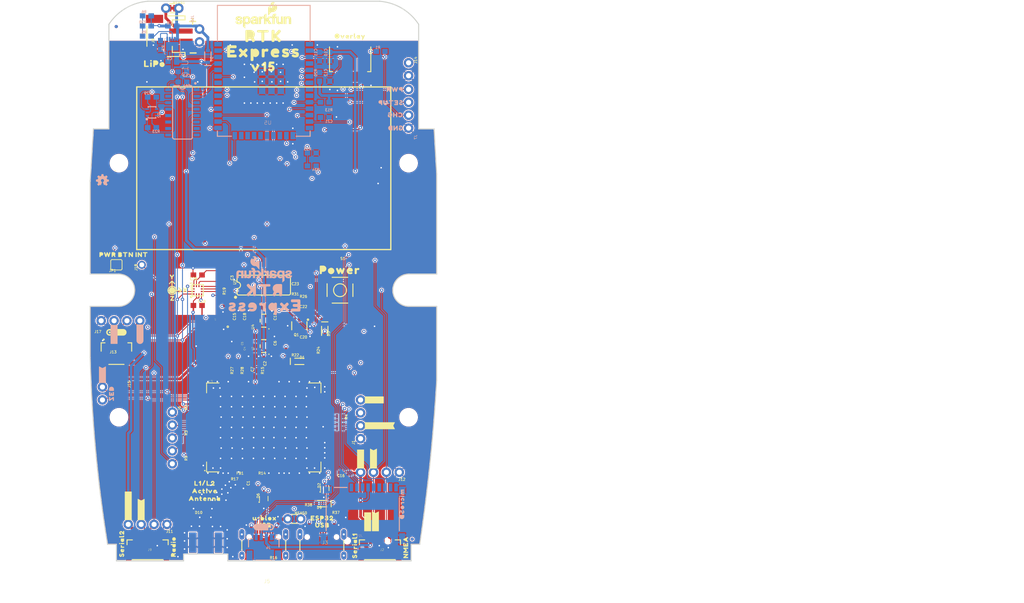
<source format=kicad_pcb>
(kicad_pcb (version 20221018) (generator pcbnew)
  (layers (0 "F.Cu" signal) (1 "In1.Cu" signal) (2 "In2.Cu" signal) (31 "B.Cu" signal) (34 "B.Paste" user) (35 "F.Paste" user) (36 "B.SilkS" user "B.Silkscreen") (37 "F.SilkS" user "F.Silkscreen") (38 "B.Mask" user) (39 "F.Mask" user) (44 "Edge.Cuts" user))
  (net 0 "")
  (net 1 "3.3V")
  (net 2 "GND")
  (net 3 "ESP_22/SCL")
  (net 4 "ESP_21/SDA")
  (net 5 "TXLV")
  (net 6 "RXLV")
  (net 7 "ZED_PPS_STAT")
  (net 8 "SDA_LV")
  (net 9 "SCL_LV")
  (net 10 "ZED_~{SAFE}")
  (net 11 "GPS_ANT1")
  (net 12 "N$11")
  (net 13 "N$12")
  (net 14 "ZED_RTK_STAT")
  (net 15 "ZED_FENCE_STAT")
  (net 16 "N$13")
  (net 17 "ANT_VCC")
  (net 18 "D+")
  (net 19 "D-")
  (net 20 "ZED-TXO2")
  (net 21 "ZED-RXI2")
  (net 22 "CC1")
  (net 23 "CC2")
  (net 24 "UNP_D+")
  (net 25 "UNP_D-")
  (net 26 "TX2_LV")
  (net 27 "RX2_LV")
  (net 28 "ZED_~{RESET}_LV")
  (net 29 "PPS")
  (net 30 "ZED_~{SAFE}_LV")
  (net 31 "RTK_LV")
  (net 32 "FENCE_LV")
  (net 33 "ESP_26/ZED_TX_READY_LV")
  (net 34 "CHG_LED")
  (net 35 "V_BATT")
  (net 36 "ESP32_RXI")
  (net 37 "ESP_0/BOOT")
  (net 38 "ESP32_EN")
  (net 39 "ESP32_TXO")
  (net 40 "ESP_14/SETUP_BUTTON")
  (net 41 "ESP_25/SD_~{CS}")
  (net 42 "ESP_18/SCK")
  (net 43 "ESP32_~{DTR}")
  (net 44 "ESP32_~{RTS}")
  (net 45 "N$24")
  (net 46 "N$25")
  (net 47 "CC3")
  (net 48 "CC4")
  (net 49 "D-1")
  (net 50 "D+1")
  (net 51 "N$32")
  (net 52 "ESP_19/CIPO")
  (net 53 "ESP_23/COPI")
  (net 54 "ESP_I34/ZED_TX_READY")
  (net 55 "N$4")
  (net 56 "CHG_LED_RES")
  (net 57 "ESP_D1+")
  (net 58 "ESP_D1-")
  (net 59 "PROG1")
  (net 60 "CHG_THERM1")
  (net 61 "LIPO_RAW")
  (net 62 "N$5")
  (net 63 "ZED_D_SEL_LV")
  (net 64 "ZED_D_SEL")
  (net 65 "EXTERNAL_DATA_OUT")
  (net 66 "EXTERNAL_DATA_IN")
  (net 67 "ESP_26/DAC2")
  (net 68 "ESP_4/MUX_B")
  (net 69 "ESP_2/MUX_A")
  (net 70 "ESP_I39/ADC39")
  (net 71 "ESP_I16/ZED-TXO1")
  (net 72 "ESP_O17/ZED-RXI1")
  (net 73 "ZED_EXTINT")
  (net 74 "N$6")
  (net 75 "ESP_13/POWER_CTRL")
  (net 76 "ESP_27/FAST_OFF")
  (net 77 "ZED_~{RESET}")
  (net 78 "EXTINT_LV")
  (net 79 "N$15")
  (net 80 "POWER_BTN")
  (net 81 "V_USB")
  (net 82 "V_RAW")
  (net 83 "VOUT")
  (net 84 "ESP_4/ACCEL_INT")
  (net 85 "ESP_5")
  (net 86 "ESP_12")
  (net 87 "ESP_15")
  (net 88 "ESP_I36")
  (net 89 "ESP_33")
  (net 90 "ESP_32")
  (net 91 "V_BKCP")
  (net 92 "ESP_I35/DEVICE_SENSE")
  (footprint "working:JST-2-SMD" (layer "F.Cu") (at 128.5646 56.7986 90)
    (fp_text reference "J8")
    (fp_text value "")
  )
  (footprint "working:CREATIVE_COMMONS" (layer "F.Cu") (at 206.0746 153.4486)
    (fp_text reference "FRAME2" hide)
    (fp_text value "FRAME-LEDGER" hide)
  )
  (footprint "working:SMA-EDGE" (layer "F.Cu") (at 137.1346 156.4716 180)
    (fp_text reference "E1" hide)
    (fp_text value "SMA" hide)
  )
  (footprint "working:INT0" (layer "F.Cu") (at 124.5646 99.7986)
    (fp_text reference "U$4" hide)
    (fp_text value "" hide)
  )
  (footprint "working:JST-4-SMD-1.25MM-LOCKING" (layer "F.Cu") (at 125.7046 158.8846)
    (fp_text reference "J9")
    (fp_text value "")
  )
  (footprint "working:0402-TIGHT" (layer "F.Cu") (at 143.1036 143.5776)
    (fp_text reference "FB1")
    (fp_text value "2.66Ω" hide)
  )
  (footprint "working:ANTENNA2" (layer "F.Cu") (at 136.9646 147.7986)
    (fp_text reference "U$15" hide)
    (fp_text value "" hide)
  )
  (footprint "working:1X04_NO_SILK" (layer "F.Cu") (at 116.5646 112.7986)
    (fp_text reference "J17")
    (fp_text value "Qwiic Right Angle" hide)
  )
  (footprint "working:0603" (layer "F.Cu") (at 143.5646 121.7986 -90)
    (fp_text reference "R28")
    (fp_text value "27")
  )
  (footprint "working:FIDUCIAL-MICRO" (layer "F.Cu") (at 177.7746 155.7886)
    (fp_text reference "JP21" hide)
    (fp_text value "FIDUCIALUFIDUCIAL" hide)
  )
  (footprint "working:SOD-323" (layer "F.Cu") (at 160.5646 114.7986 -90)
    (fp_text reference "D3")
    (fp_text value "3A/10V/280mV")
  )
  (footprint "working:Y1" (layer "F.Cu") (at 130.5646 104.1986)
    (fp_text reference "U$55" hide)
    (fp_text value "" hide)
  )
  (footprint "working:SOT886" (layer "F.Cu") (at 148.5646 147.7986 90)
    (fp_text reference "D6")
    (fp_text value "PRTR5V0U2F")
  )
  (footprint "working:L1#L20" (layer "F.Cu") (at 136.9646 144.7986)
    (fp_text reference "U$6" hide)
    (fp_text value "" hide)
  )
  (footprint "working:#TX1#1" (layer "F.Cu") (at 170.5356 154.5666 90)
    (fp_text reference "U$46" hide)
    (fp_text value "" hide)
  )
  (footprint "working:USB1" (layer "F.Cu") (at 157.9626 153.0426)
    (fp_text reference "U$66" hide)
    (fp_text value "" hide)
  )
  (footprint "working:X0" (layer "F.Cu") (at 133.1646 106.7986)
    (fp_text reference "U$24" hide)
    (fp_text value "" hide)
  )
  (footprint "working:0402" (layer "F.Cu") (at 136.5646 149.7986 180)
    (fp_text reference "D10")
    (fp_text value "PESD0402-0402")
  )
  (footprint "working:1X05_NO_SILK" (layer "F.Cu") (at 130.5646 130.7986 -90)
    (fp_text reference "J6")
    (fp_text value "")
  )
  (footprint "working:0603" (layer "F.Cu") (at 163.5646 149.7986 180)
    (fp_text reference "R37")
    (fp_text value "5.1k")
  )
  (footprint "working:0603" (layer "F.Cu") (at 155.5646 116.7986)
    (fp_text reference "C20")
    (fp_text value "10uF")
  )
  (footprint "working:JST-4-SMD-1.25MM-LOCKING" (layer "F.Cu") (at 171.4246 158.8846)
    (fp_text reference "J2")
    (fp_text value "")
  )
  (footprint "working:TACTILE_SWITCH_SMD_5.2MM" (layer "F.Cu") (at 163.5646 106.7986)
    (fp_text reference "S1")
    (fp_text value "Power")
  )
  (footprint "working:#RTK#1" (layer "F.Cu") (at 168.1226 130.9286)
    (fp_text reference "U$10" hide)
    (fp_text value "" hide)
  )
  (footprint "working:0603" (layer "F.Cu") (at 156.5646 149.7986)
    (fp_text reference "R38")
    (fp_text value "5.1k")
  )
  (footprint "working:0603" (layer "F.Cu") (at 164.5646 142.7986 180)
    (fp_text reference "C16")
    (fp_text value "0.1uF")
  )
  (footprint "working:#FENCE#3" (layer "F.Cu") (at 168.1226 133.4686)
    (fp_text reference "U$32" hide)
    (fp_text value "" hide)
  )
  (footprint "working:EXPRESS0" (layer "F.Cu") (at 148.5646 59.7986)
    (fp_text reference "U$51" hide)
    (fp_text value "" hide)
  )
  (footprint "working:1X01_NO_SILK" (layer "F.Cu") (at 124.5646 101.7986 90)
    (fp_text reference "J18")
    (fp_text value "")
  )
  (footprint "working:JST04_1MM_RA" (layer "F.Cu") (at 119.5646 116.7986)
    (fp_text reference "J13")
    (fp_text value "Internal")
  )
  (footprint "working:ORDERING_INSTRUCTIONS" (layer "F.Cu") (at 196.4846 78.8186)
    (fp_text reference "U$2" hide)
    (fp_text value "SPECIAL_INSTRUCTIONS-ORDERING" hide)
  )
  (footprint "working:#RX1#2" (layer "F.Cu") (at 172.6946 142.2156 90)
    (fp_text reference "U$68" hide)
    (fp_text value "" hide)
  )
  (footprint "working:0603" (layer "F.Cu") (at 155.5646 106.7986 180)
    (fp_text reference "R31")
    (fp_text value "10k")
  )
  (footprint "working:0603" (layer "F.Cu") (at 151.5646 117.7986 90)
    (fp_text reference "C6")
    (fp_text value "1.0uF")
  )
  (footprint "working:#GND#0" (layer "F.Cu") (at 175.2346 142.2156 90)
    (fp_text reference "U$82" hide)
    (fp_text value "" hide)
  )
  (footprint "working:0603" (layer "F.Cu") (at 141.5646 107.7986 90)
    (fp_text reference "R19")
    (fp_text value "1k")
  )
  (footprint "working:0603" (layer "F.Cu") (at 158.5646 117.7986 -90)
    (fp_text reference "R24")
    (fp_text value "300k")
  )
  (footprint "working:1206_RA" (layer "F.Cu") (at 163.5646 132.7986 -90)
    (fp_text reference "R4")
    (fp_text value "33")
  )
  (footprint "working:#TX1#1" (layer "F.Cu") (at 170.1546 142.2156 90)
    (fp_text reference "U$65" hide)
    (fp_text value "" hide)
  )
  (footprint "working:U#BLOX0" (layer "F.Cu") (at 145.6436 151.6456)
    (fp_text reference "U$35" hide)
    (fp_text value "" hide)
  )
  (footprint "working:LGA-12-LISDH12" (layer "F.Cu") (at 135.5646 106.7986 90)
    (fp_text reference "U13")
    (fp_text value "LIS2DH12")
  )
  (footprint "working:Z2" (layer "F.Cu") (at 130.4646 108.3986 180)
    (fp_text reference "U$56" hide)
    (fp_text value "" hide)
  )
  (footprint "working:SERIAL20" (layer "F.Cu") (at 120.6246 159.9956 90)
    (fp_text reference "U$43" hide)
    (fp_text value "" hide)
  )
  (footprint "working:0603" (layer "F.Cu") (at 141.5646 121.7986 -90)
    (fp_text reference "R27")
    (fp_text value "27")
  )
  (footprint "working:USB1" (layer "F.Cu") (at 146.5326 153.0426)
    (fp_text reference "U$36" hide)
    (fp_text value "" hide)
  )
  (footprint "working:OVERLAY0" (layer "F.Cu") (at 165.5646 56.7986)
    (fp_text reference "U$8" hide)
    (fp_text value "" hide)
  )
  (footprint "working:0603" (layer "F.Cu") (at 152.5646 149.7986 180)
    (fp_text reference "R16")
    (fp_text value "5.1k")
  )
  (footprint "working:FIDUCIAL-MICRO" (layer "F.Cu") (at 119.5346 54.9086)
    (fp_text reference "JP61" hide)
    (fp_text value "FIDUCIALUFIDUCIAL" hide)
  )
  (footprint "working:ZED-F9P" (layer "F.Cu") (at 148.5646 133.7986)
    (fp_text reference "U3")
    (fp_text value "U-BLOX_ZED-F9P")
  )
  (footprint "working:1X04_NO_SILK" (layer "F.Cu") (at 129.5146 152.8836 180)
    (fp_text reference "J11")
    (fp_text value "")
  )
  (footprint "working:#GND#0" (layer "F.Cu") (at 173.5836 154.5666 90)
    (fp_text reference "U$48" hide)
    (fp_text value "" hide)
  )
  (footprint "working:0603" (layer "F.Cu") (at 141.5646 103.7986 -90)
    (fp_text reference "C3")
    (fp_text value "0.1uF")
  )
  (footprint "working:0603" (layer "F.Cu") (at 147.5646 121.7986 -90)
    (fp_text reference "R15")
    (fp_text value "100k")
  )
  (footprint "working:V150" (layer "F.Cu") (at 148.5646 62.7986)
    (fp_text reference "U$18" hide)
    (fp_text value "" hide)
  )
  (footprint "working:1206_RA" (layer "F.Cu") (at 134.5646 138.7986 90)
    (fp_text reference "R9")
    (fp_text value "33")
  )
  (footprint "working:#GND#0" (layer "F.Cu") (at 129.5146 152.3756 90)
    (fp_text reference "U$38" hide)
    (fp_text value "" hide)
  )
  (footprint "working:QWIIC_4MM" (layer "F.Cu") (at 119.5646 115.0986)
    (fp_text reference "U$93" hide)
    (fp_text value "" hide)
  )
  (footprint "working:1X04_NO_SILK" (layer "F.Cu") (at 167.6146 136.0086 90)
    (fp_text reference "J1")
    (fp_text value "")
  )
  (footprint "working:RADIO0" (layer "F.Cu") (at 130.7846 159.9956 90)
    (fp_text reference "U$50" hide)
    (fp_text value "" hide)
  )
  (footprint "working:USB-C-16P_4LAYER-PADS" (layer "F.Cu") (at 159.9946 153.9316)
    (fp_text reference "J3")
    (fp_text value "USB Female Type C Connector" hide)
  )
  (footprint "working:1206_RA" (layer "F.Cu") (at 134.5646 128.7986 90)
    (fp_text reference "R2")
    (fp_text value "33")
  )
  (footprint "working:0603" (layer "F.Cu") (at 143.5646 117.7986 -90)
    (fp_text reference "C5")
    (fp_text value "0.1uF")
  )
  (footprint "working:0603" (layer "F.Cu") (at 155.5646 118.7986 180)
    (fp_text reference "R22")
    (fp_text value "100k")
  )
  (footprint "working:#RX1#2" (layer "F.Cu") (at 172.0596 154.5666 90)
    (fp_text reference "U$45" hide)
    (fp_text value "" hide)
  )
  (footprint "working:0603" (layer "F.Cu") (at 149.5646 121.7986 90)
    (fp_text reference "C2")
    (fp_text value "1.0uF")
  )
  (footprint "working:#3V3#0" (layer "F.Cu") (at 168.1226 128.3886)
    (fp_text reference "U$37" hide)
    (fp_text value "" hide)
  )
  (footprint "working:FPC_6_1MM-LIF" (layer "F.Cu") (at 165.5646 61.7986 180)
    (fp_text reference "JP2" hide)
    (fp_text value "" hide)
  )
  (footprint "working:0603" (layer "F.Cu") (at 145.5646 117.7986 90)
    (fp_text reference "C4")
    (fp_text value "1.0uF")
  )
  (footprint "working:1X02_NO_SILK" (layer "F.Cu") (at 116.8146 125.8486 -90)
    (fp_text reference "J15")
    (fp_text value "")
  )
  (footprint "working:0603" (layer "F.Cu") (at 155.5646 110.7986)
    (fp_text reference "C22")
    (fp_text value "0.1uF")
  )
  (footprint "working:POWER0" (layer "F.Cu") (at 163.5646 102.7986)
    (fp_text reference "U$31" hide)
    (fp_text value "" hide)
  )
  (footprint "working:0603" (layer "F.Cu") (at 155.5646 104.7986 180)
    (fp_text reference "C23")
    (fp_text value "0.1uF")
  )
  (footprint "working:0603" (layer "F.Cu") (at 144.5646 149.7986)
    (fp_text reference "R17")
    (fp_text value "5.1k")
  )
  (footprint "working:PWR_BTN1" (layer "F.Cu") (at 119.5646 99.7986)
    (fp_text reference "U$9" hide)
    (fp_text value "" hide)
  )
  (footprint "working:SOD-323" (layer "F.Cu") (at 155.5646 120.7986)
    (fp_text reference "D1")
    (fp_text value "250mA/100V")
  )
  (footprint "working:ESP320" (layer "F.Cu") (at 157.0736 151.6456)
    (fp_text reference "U$67" hide)
    (fp_text value "" hide)
  )
  (footprint "working:SFE_LOGO_NAME_FLAME_.1" (layer "F.Cu") (at 148.5646 53.7986)
    (fp_text reference "LOGO3" hide)
    (fp_text value "SFE_LOGO_NAME_FLAME.1_INCH" hide)
  )
  (footprint "working:0603" (layer "F.Cu") (at 145.5646 112.7986 90)
    (fp_text reference "C18")
    (fp_text value "1.0uF")
  )
  (footprint "working:1X04_NO_SILK" (layer "F.Cu") (at 175.2346 142.6286 180)
    (fp_text reference "J12")
    (fp_text value "")
  )
  (footprint "working:SMT-JUMPER_2_NO_SILK" (layer "F.Cu") (at 119.5646 101.7986 180)
    (fp_text reference "JP1")
    (fp_text value "JUMPER-SMT_2_NO_SILK")
  )
  (footprint "working:0402" (layer "F.Cu") (at 144.7546 144.2126 -90)
    (fp_text reference "C1")
    (fp_text value "47pF")
  )
  (footprint "working:DFN-8" (layer "F.Cu") (at 140.5646 112.7986 90)
    (fp_text reference "U7")
    (fp_text value "MAX17048")
  )
  (footprint "working:0603" (layer "F.Cu") (at 151.5646 112.7986 90)
    (fp_text reference "C17")
    (fp_text value "1.0uF")
  )
  (footprint "working:SOT23-5" (layer "F.Cu") (at 148.5646 117.7986 90)
    (fp_text reference "U2")
    (fp_text value "AP2112K-3.3")
  )
  (footprint "working:COMBO-JUMPER_2_NC_TRACE" (layer "F.Cu") (at 154.5646 151.7986)
    (fp_text reference "MEAS0")
    (fp_text value "")
  )
  (footprint "working:0603" (layer "F.Cu") (at 145.5646 121.7986 -90)
    (fp_text reference "C7")
    (fp_text value "0.1uF")
  )
  (footprint "working:SOD-323" (layer "F.Cu") (at 160.0646 148.7986 180)
    (fp_text reference "D9")
    (fp_text value "3A/10V/280mV")
  )
  (footprint "working:SERIAL10" (layer "F.Cu") (at 166.4716 160.2496 90)
    (fp_text reference "U$29" hide)
    (fp_text value "" hide)
  )
  (footprint "working:#3V3#0" (layer "F.Cu") (at 169.0116 154.5666 90)
    (fp_text reference "U$47" hide)
    (fp_text value "" hide)
  )
  (footprint "working:SO16" (layer "F.Cu") (at 148.5646 105.7986)
    (fp_text reference "U1")
    (fp_text value "74HC4052D")
  )
  (footprint "working:LIPO0" (layer "F.Cu") (at 127.1016 62.2216)
    (fp_text reference "U$27" hide)
    (fp_text value "" hide)
  )
  (footprint "working:#3V3#0" (layer "F.Cu") (at 167.6146 142.2156 90)
    (fp_text reference "U$5" hide)
    (fp_text value "" hide)
  )
  (footprint "working:1553DBK-ENCLOSURE" (layer "F.Cu") (at 148.5646 106.7986 90)
    (fp_text reference "U$26" hide)
    (fp_text value "" hide)
  )
  (footprint "working:#RX2#2" (layer "F.Cu") (at 126.9746 152.3756 90)
    (fp_text reference "U$39" hide)
    (fp_text value "" hide)
  )
  (footprint "working:ACTIVE1" (layer "F.Cu") (at 136.9646 146.2986)
    (fp_text reference "U$13" hide)
    (fp_text value "" hide)
  )
  (footprint "working:#TX2#1" (layer "F.Cu") (at 124.4346 152.3756 90)
    (fp_text reference "U$40" hide)
    (fp_text value "" hide)
  )
  (footprint "working:0603" (layer "F.Cu") (at 155.5646 108.7986)
    (fp_text reference "R26")
    (fp_text value "100k")
  )
  (footprint "working:NMEA1" (layer "F.Cu") (at 176.5046 160.2496 90)
    (fp_text reference "U$49" hide)
    (fp_text value "" hide)
  )
  (footprint "working:0603" (layer "F.Cu") (at 135.5646 109.7986)
    (fp_text reference "C19")
    (fp_text value "10uF")
  )
  (footprint "working:SOT26" (layer "F.Cu") (at 155.5646 113.7986 180)
    (fp_text reference "Q1")
    (fp_text value "SIL2308-TP")
  )
  (footprint "working:RTK0" (layer "F.Cu") (at 148.5646 56.7986)
    (fp_text reference "U$74" hide)
    (fp_text value "" hide)
  )
  (footprint "working:0603" (layer "F.Cu") (at 147.4216 143.5776)
    (fp_text reference "R14")
    (fp_text value "10")
  )
  (footprint "working:1206_RA" (layer "F.Cu") (at 134.5646 133.7986 90)
    (fp_text reference "R3")
    (fp_text value "33")
  )
  (footprint "working:0603" (layer "F.Cu") (at 143.5646 112.7986 90)
    (fp_text reference "C15")
    (fp_text value "0.1uF")
  )
  (footprint "working:#3#5#5V#0" (layer "F.Cu") (at 121.8946 152.3756 90)
    (fp_text reference "U$23" hide)
    (fp_text value "" hide)
  )
  (footprint "working:DUMMY" (layer "F.Cu") (at 111.0246 167.4186)
    (fp_text reference "FRAME3" hide)
    (fp_text value "FRAME-LEDGERNO_FOOTPRINT" hide)
  )
  (footprint "working:SOT886" (layer "F.Cu") (at 160.5646 145.7986 90)
    (fp_text reference "D2")
    (fp_text value "PRTR5V0U2F")
  )
  (footprint "working:USB-C-16P_4LAYER-PADS" (layer "F.Cu") (at 148.5646 153.9316)
    (fp_text reference "J5")
    (fp_text value "USB Female Type C Connector" hide)
  )
  (footprint "working:COMBO-JUMPER_2_NC_TRACE" (layer "F.Cu") (at 130.5646 51.2986)
    (fp_text reference "MEAS1")
    (fp_text value "")
  )
  (footprint "working:0603" (layer "F.Cu") (at 135.5646 103.7986 180)
    (fp_text reference "C28")
    (fp_text value "0.1uF")
  )
  (footprint "working:LIPO-1000" (layer "F.Cu") (at 148.5646 82.7986 90)
    (fp_text reference "BT1")
    (fp_text value "LIPO-OUTLINE1000")
  )
  (footprint "working:#GND#0" (layer "F.Cu") (at 168.2496 136.0086)
    (fp_text reference "U$1" hide)
    (fp_text value "" hide)
  )
  (footprint "working:SOT23-5" (layer "F.Cu") (at 148.5646 112.7986 90)
    (fp_text reference "U4")
    (fp_text value "STLQ015-3.3V" hide)
  )
  (footprint "working:1X02_NO_SILK" (layer "F.Cu") (at 177.0646 62.0386 -90)
    (fp_text reference "J14")
    (fp_text value "")
  )
  (footprint "working:ZED0" (layer "B.Cu") (at 118.5926 129.2776 90)
    (fp_text reference "U$16" hide)
    (fp_text value "" hide)
  )
  (footprint "working:QWIIC_4MM" (layer "B.Cu") (at 148.5646 153.4236 180)
    (fp_text reference "U$30" hide)
    (fp_text value "" hide)
  )
  (footprint "working:0603" (layer "B.Cu") (at 159.5646 60.7986 -90)
    (fp_text reference "C11")
    (fp_text value "0.1uF")
  )
  (footprint "working:0603" (layer "B.Cu") (at 128.2446 58.5386 90)
    (fp_text reference "R7")
    (fp_text value "1k")
  )
  (footprint "working:SETUP1" (layer "B.Cu") (at 173.4646 69.8986 180)
    (fp_text reference "U$42" hide)
    (fp_text value "" hide)
  )
  (footprint "working:CHG2" (layer "B.Cu") (at 174.3646 72.2986 180)
    (fp_text reference "U$33" hide)
    (fp_text value "" hide)
  )
  (footprint "working:0603" (layer "B.Cu") (at 159.5646 64.7986 -90)
    (fp_text reference "R20")
    (fp_text value "100k")
  )
  (footprint "working:#3V3#2" (layer "B.Cu") (at 119.1046 115.4986 90)
    (fp_text reference "U$85" hide)
    (fp_text value "" hide)
  )
  (footprint "working:#SCL#1" (layer "B.Cu") (at 124.2046 115.2986 90)
    (fp_text reference "U$86" hide)
    (fp_text value "" hide)
  )
  (footprint "working:#D_SEL#0" (layer "B.Cu") (at 126.9646 133.3986 180)
    (fp_text reference "U$88" hide)
    (fp_text value "" hide)
  )
  (footprint "working:EXPRESS0" (layer "B.Cu") (at 148.5646 109.7986 180)
    (fp_text reference "U$53" hide)
    (fp_text value "" hide)
  )
  (footprint "working:0603" (layer "B.Cu") (at 158.0146 82.3286)
    (fp_text reference "R34")
    (fp_text value "10k")
  )
  (footprint "working:#GND#2" (layer "B.Cu") (at 116.5046 115.4986 90)
    (fp_text reference "U$70" hide)
    (fp_text value "" hide)
  )
  (footprint "working:0603" (layer "B.Cu") (at 171.5646 59.7986 180)
    (fp_text reference "R1")
    (fp_text value "470")
  )
  (footprint "working:SO016" (layer "B.Cu") (at 132.5646 71.7986 -90)
    (fp_text reference "U6")
    (fp_text value "CH340C")
  )
  (footprint "working:0603" (layer "B.Cu") (at 161.5646 64.7986 -90)
    (fp_text reference "C12")
    (fp_text value "0.1uF")
  )
  (footprint "working:0603" (layer "B.Cu") (at 125.5646 56.7986 180)
    (fp_text reference "R5")
    (fp_text value "0")
  )
  (footprint "working:PWR0" (layer "B.Cu") (at 174.2646 67.2986 180)
    (fp_text reference "U$41" hide)
    (fp_text value "" hide)
  )
  (footprint "working:##RST##4" (layer "B.Cu") (at 130.1646 135.7986 180)
    (fp_text reference "U$28" hide)
    (fp_text value "" hide)
  )
  (footprint "working:#PPS#0" (layer "B.Cu") (at 130.0646 140.9986 180)
    (fp_text reference "U$11" hide)
    (fp_text value "" hide)
  )
  (footprint "working:#RX#2" (layer "B.Cu") (at 116.8146 128.8966 -90)
    (fp_text reference "U$14" hide)
    (fp_text value "" hide)
  )
  (footprint "working:#TX#1" (layer "B.Cu") (at 116.8146 121.7846 -90)
    (fp_text reference "U$72" hide)
    (fp_text value "" hide)
  )
  (footprint "working:JST04_1MM_RA" (layer "B.Cu") (at 148.5646 155.3286 180)
    (fp_text reference "J4")
    (fp_text value "Qwiic Right Angle" hide)
  )
  (footprint "working:0603" (layer "B.Cu") (at 158.0146 79.7886 180)
    (fp_text reference "R33")
    (fp_text value "3.3k")
  )
  (footprint "working:0603" (layer "B.Cu") (at 132.5646 63.7986)
    (fp_text reference "C13")
    (fp_text value "0.1uF")
  )
  (footprint "working:0603" (layer "B.Cu") (at 126.5646 68.7986 180)
    (fp_text reference "R29")
    (fp_text value "10k")
  )
  (footprint "working:GND3" (layer "B.Cu") (at 174.4646 74.8986 180)
    (fp_text reference "U$34" hide)
    (fp_text value "" hide)
  )
  (footprint "working:0603" (layer "B.Cu") (at 132.5646 65.7986)
    (fp_text reference "C14")
    (fp_text value "10uF")
  )
  (footprint "working:0603" (layer "B.Cu") (at 130.5646 61.7986 180)
    (fp_text reference "C9")
    (fp_text value "4.7uF")
  )
  (footprint "working:#ESP_RST#0" (layer "B.Cu") (at 176.5046 62.0946 180)
    (fp_text reference "U$60" hide)
    (fp_text value "" hide)
  )
  (footprint "working:SOD-323" (layer "B.Cu") (at 137.5646 60.7986 90)
    (fp_text reference "D7")
    (fp_text value "3A/10V/280mV")
  )
  (footprint "working:SC70-6" (layer "B.Cu") (at 126.5646 71.7986 90)
    (fp_text reference "Q2")
    (fp_text value "MBT3904DW1T1")
  )
  (footprint "working:SFE_LOGO_NAME_FLAME_.1" (layer "B.Cu") (at 148.5646 103.7986 180)
    (fp_text reference "LOGO2" hide)
    (fp_text value "SFE_LOGO_NAME_FLAME.1_INCH" hide)
  )
  (footprint "working:0603" (layer "B.Cu") (at 125.5646 54.7986 180)
    (fp_text reference "R30")
    (fp_text value "150k")
  )
  (footprint "working:#GND#1" (layer "B.Cu") (at 176.5046 64.6346 180)
    (fp_text reference "U$84" hide)
    (fp_text value "" hide)
  )
  (footprint "working:0603" (layer "B.Cu") (at 161.5646 60.7986 -90)
    (fp_text reference "C10")
    (fp_text value "10uF")
  )
  (footprint "working:0603" (layer "B.Cu") (at 126.5646 74.7986)
    (fp_text reference "R23")
    (fp_text value "10k")
  )
  (footprint "working:FIDUCIAL-MICRO" (layer "B.Cu") (at 177.7746 155.7886 180)
    (fp_text reference "JP71" hide)
    (fp_text value "FIDUCIALUFIDUCIAL" hide)
  )
  (footprint "working:0603" (layer "B.Cu") (at 130.5646 54.7986 180)
    (fp_text reference "C8")
    (fp_text value "4.7uF")
  )
  (footprint "working:MICROSD0" (layer "B.Cu") (at 175.7426 145.3116 -90)
    (fp_text reference "U$83" hide)
    (fp_text value "" hide)
  )
  (footprint "working:##SAFE##5" (layer "B.Cu") (at 130.0646 138.3986 180)
    (fp_text reference "U$17" hide)
    (fp_text value "" hide)
  )
  (footprint "working:ESP-WROOM-32D" (layer "B.Cu") (at 148.5646 64.7986 90)
    (fp_text reference "U5")
    (fp_text value "ESP-WROOM-3232D")
  )
  (footprint "working:0603" (layer "B.Cu") (at 125.5646 52.7986 180)
    (fp_text reference "R6")
    (fp_text value "10k")
  )
  (footprint "working:#TX_RDY#0" (layer "B.Cu") (at 126.1646 130.7986 180)
    (fp_text reference "U$3" hide)
    (fp_text value "" hide)
  )
  (footprint "working:1X04_NO_SILK" (layer "B.Cu") (at 177.0646 74.8986 90)
    (fp_text reference "J7")
    (fp_text value "")
  )
  (footprint "working:OSHW-LOGO-MINI" (layer "B.Cu") (at 116.8146 85.2086 180)
    (fp_text reference "LOGO1" hide)
    (fp_text value "OSHW-LOGOMINI" hide)
  )
  (footprint "working:1X02_NO_SILK" (layer "B.Cu") (at 135.9166 55.4046 -90)
    (fp_text reference "J10")
    (fp_text value "")
  )
  (footprint "working:RTK0" (layer "B.Cu") (at 148.5646 106.7986 180)
    (fp_text reference "U$7" hide)
    (fp_text value "" hide)
  )
  (footprint "working:FIDUCIAL-MICRO" (layer "B.Cu") (at 119.5346 54.9086 180)
    (fp_text reference "JP81" hide)
    (fp_text value "FIDUCIALUFIDUCIAL" hide)
  )
  (footprint "working:#SDA#0" (layer "B.Cu") (at 121.6046 115.4986 90)
    (fp_text reference "U$87" hide)
    (fp_text value "" hide)
  )
  (footprint "working:0603" (layer "B.Cu") (at 160.5646 72.7986)
    (fp_text reference "C21")
    (fp_text value "0.1uF")
  )
  (footprint "working:MICROSD-EXTERNALPIN" (layer "B.Cu") (at 168.0476 156.1156 180)
    (fp_text reference "J19")
    (fp_text value "MICROSD")
  )
  (footprint "working:DFN-10" (layer "B.Cu") (at 130.5646 58.7986 90)
    (fp_text reference "U10")
    (fp_text value "MCP73833")
  )
  (footprint "working:0603" (layer "B.Cu") (at 160.5646 69.7986)
    (fp_text reference "R13")
    (fp_text value "100k")
  )
  (gr_line (start 132.3466 106.8326) (end 131.8386 106.3246) (stroke (width 0.2032)) (layer "F.SilkS"))
  (gr_line (start 130.5066 104.9926) (end 131.0146 105.5006) (stroke (width 0.2032)) (layer "F.SilkS"))
  (gr_arc (start 130.5066 106.8326) (mid 130.505151 105.9126) (end 130.5066 104.9926) (stroke (width 0.2032)) (layer "F.SilkS"))
  (gr_line (start 173.5646 98.7986) (end 123.5646 98.7986) (stroke (width 0.254)) (layer "F.SilkS"))
  (gr_line (start 123.5646 98.7986) (end 123.5646 66.7986) (stroke (width 0.254)) (layer "F.SilkS"))
  (gr_line (start 123.5646 66.7986) (end 173.5646 66.7986) (stroke (width 0.254)) (layer "F.SilkS"))
  (gr_line (start 173.5646 66.7986) (end 173.5646 98.7986) (stroke (width 0.254)) (layer "F.SilkS"))
  (gr_circle (center 130.5336 106.8326) (end 131.336815 106.8326) (stroke (width 0.2032)) (fill none) (layer "F.SilkS"))
  (gr_line (start 130.4066 106.8326) (end 132.3466 106.8326) (stroke (width 0.2032)) (layer "F.SilkS"))
  (gr_line (start 130.5066 104.9926) (end 129.9986 105.5006) (stroke (width 0.2032)) (layer "F.SilkS"))
  (gr_line (start 132.3466 106.8326) (end 131.8386 107.3406) (stroke (width 0.2032)) (layer "F.SilkS"))
  (gr_circle (center 130.5336 106.8326) (end 130.6606 106.8326) (stroke (width 0.508)) (fill none) (layer "F.SilkS"))
  (gr_line (start 182.6006 109.9736) (end 182.6006 124.5786) (stroke (width 0.2032)) (layer "Edge.Cuts"))
  (gr_line (start 182.6006 103.6236) (end 182.6006 83.9386) (stroke (width 0.2032)) (layer "Edge.Cuts"))
  (gr_line (start 141.4876 160.0736) (end 177.5646 160.0736) (stroke (width 0.2032)) (layer "Edge.Cuts"))
  (gr_line (start 119.5646 156.7986) (end 117.8146 156.7986) (stroke (width 0.2032)) (layer "Edge.Cuts"))
  (gr_line (start 115.0366 75.0486) (end 118.0846 75.0486) (stroke (width 0.2032)) (layer "Edge.Cuts"))
  (gr_line (start 177.5646 156.7986) (end 179.2646 156.7986) (stroke (width 0.2032)) (layer "Edge.Cuts"))
  (gr_line (start 182.6006 109.9736) (end 177.1396 109.9736) (stroke (width 0.2032)) (layer "Edge.Cuts"))
  (gr_line (start 182.0926 75.0486) (end 179.0446 75.0486) (stroke (width 0.2032)) (layer "Edge.Cuts"))
  (gr_line (start 177.5646 160.0736) (end 177.5646 156.7986) (stroke (width 0.2032)) (layer "Edge.Cuts"))
  (gr_arc (start 117.8146 156.7986) (mid 115.485235 138.46038) (end 114.4016 120.0066) (stroke (width 0.2032)) (layer "Edge.Cuts"))
  (gr_line (start 132.7876 158.7146) (end 132.7876 160.0736) (stroke (width 0.2032)) (layer "Edge.Cuts"))
  (gr_line (start 141.4876 158.7146) (end 132.7876 158.7146) (stroke (width 0.2032)) (layer "Edge.Cuts"))
  (gr_line (start 119.5646 160.0736) (end 132.7876 160.0736) (stroke (width 0.2032)) (layer "Edge.Cuts"))
  (gr_arc (start 119.9896 103.6236) (mid 123.1646 106.7986) (end 119.9896 109.9736) (stroke (width 0.2032)) (layer "Edge.Cuts"))
  (gr_line (start 114.4016 103.6236) (end 114.4016 85.3356) (stroke (width 0.2032)) (layer "Edge.Cuts"))
  (gr_arc (start 118.0846 54.4746) (mid 121.391581 51.311478) (end 125.7554 49.933601) (stroke (width 0.2032)) (layer "Edge.Cuts"))
  (gr_line (start 179.0446 75.0486) (end 179.0446 54.4746) (stroke (width 0.2032)) (layer "Edge.Cuts"))
  (gr_line (start 125.7554 49.9336) (end 171.3738 49.9336) (stroke (width 0.2032)) (layer "Edge.Cuts"))
  (gr_line (start 114.4016 103.6236) (end 119.9896 103.6236) (stroke (width 0.2032)) (layer "Edge.Cuts"))
  (gr_line (start 114.4016 85.3356) (end 114.4016 85.2086) (stroke (width 0.2032)) (layer "Edge.Cuts"))
  (gr_line (start 182.6006 103.6236) (end 177.1396 103.6236) (stroke (width 0.2032)) (layer "Edge.Cuts"))
  (gr_line (start 114.4016 109.9736) (end 119.9896 109.9736) (stroke (width 0.2032)) (layer "Edge.Cuts"))
  (gr_line (start 119.5646 160.0736) (end 119.5646 156.7986) (stroke (width 0.2032)) (layer "Edge.Cuts"))
  (gr_arc (start 177.1396 109.9736) (mid 173.9646 106.7986) (end 177.1396 103.6236) (stroke (width 0.2032)) (layer "Edge.Cuts"))
  (gr_line (start 114.4016 85.3356) (end 115.0366 75.0486) (stroke (width 0.2032)) (layer "Edge.Cuts"))
  (gr_line (start 141.4876 160.0736) (end 141.4876 158.7146) (stroke (width 0.2032)) (layer "Edge.Cuts"))
  (gr_arc (start 182.6006 124.5786) (mid 181.294798 140.726101) (end 179.2646 156.7986) (stroke (width 0.2032)) (layer "Edge.Cuts"))
  (gr_arc (start 171.373799 49.9336) (mid 175.737619 51.311478) (end 179.0446 54.4746) (stroke (width 0.2032)) (layer "Edge.Cuts"))
  (gr_line (start 114.4016 120.0066) (end 114.4016 109.9736) (stroke (width 0.2032)) (layer "Edge.Cuts"))
  (gr_line (start 182.6006 83.9386) (end 182.0926 75.0486) (stroke (width 0.2032)) (layer "Edge.Cuts"))
  (gr_line (start 118.0846 75.0486) (end 118.0846 54.4746) (stroke (width 0.2032)) (layer "Edge.Cuts"))
  (gr_text "-" (at 134.6646 59.9986) (layer "F.SilkS") (effects (font (size 1.5113 1.5113) (thickness 0.2667))))
  (gr_text "+" (at 134.5646 53.7986) (layer "F.SilkS") (effects (font (size 1.5113 1.5113) (thickness 0.2667))))
  (segment (start 167.4446 142.7986) (end 165.4146 142.7986) (width 0.5588) (layer "F.Cu") (net 1))
  (segment (start 168.3766 128.3886) (end 167.6146 128.3886) (width 0.5588) (layer "F.Cu") (net 1))
  (segment (start 167.6146 138.8186) (end 167.6146 142.6286) (width 0.5588) (layer "F.Cu") (net 1))
  (segment (start 167.6146 148.1146) (end 167.6146 142.6286) (width 0.5588) (layer "F.Cu") (net 1))
  (segment (start 150.2146 126.3486) (end 150.2146 123.2986) (width 0.5588) (layer "F.Cu") (net 1))
  (segment (start 145.2876 122.6486) (end 144.7146 123.2216) (width 0.5588) (layer "F.Cu") (net 1))
  (segment (start 141.6146 102.9986) (end 141.5646 102.9486) (width 0.3048) (layer "F.Cu") (net 1))
  (segment (start 147.5646 122.6486) (end 145.5646 122.6486) (width 0.5588) (layer "F.Cu") (net 1))
  (segment (start 144.1196 102.18755) (end 144.0042 102.07215) (width 0.3048) (layer "F.Cu") (net 1))
  (segment (start 135.2816 104.6806) (end 135.5356 104.6806) (width 0.1778) (layer "F.Cu") (net 1))
  (segment (start 134.7146 109.7986) (end 134.7146 111.0896) (width 0.3048) (layer "F.Cu") (net 1))
  (segment (start 134.8146 106.0486) (end 134.8146 104.8936) (width 0.1778) (layer "F.Cu") (net 1))
  (segment (start 143.5646 118.6486) (end 145.5646 118.6486) (width 0.5588) (layer "F.Cu") (net 1))
  (segment (start 134.8146 104.8936) (end 135.0276 104.6806) (width 0.1778) (layer "F.Cu") (net 1))
  (segment (start 119.0646 122.5316) (end 119.0646 116.7986) (width 0.5588) (layer "F.Cu") (net 1))
  (segment (start 147.2645 118.7486) (end 147.8146 118.7486) (width 0.5588) (layer "F.Cu") (net 1))
  (segment (start 169.5496 156.9496) (end 169.5196 156.9796) (width 0.5588) (layer "F.Cu") (net 1))
  (segment (start 169.6085 129.6205) (end 169.6085 136.8247) (width 0.5588) (layer "F.Cu") (net 1))
  (segment (start 137.2646 102.9486) (end 141.5646 102.9486) (width 0.1778) (layer "F.Cu") (net 1))
  (segment (start 144.0042 101.52505) (end 144.0696 101.45965) (width 0.3048) (layer "F.Cu") (net 1))
  (segment (start 143.5646 118.6486) (end 137.6646 118.6486) (width 0.5588) (layer "F.Cu") (net 1))
  (segment (start 144.1196 102.9986) (end 141.6146 102.9986) (width 0.3048) (layer "F.Cu") (net 1))
  (segment (start 135.5356 104.6806) (end 136.4866 103.7296) (width 0.1778) (layer "F.Cu") (net 1))
  (segment (start 144.1196 102.9986) (end 144.1196 102.18755) (width 0.3048) (layer "F.Cu") (net 1))
  (segment (start 136.4866 103.7266) (end 137.2646 102.9486) (width 0.1778) (layer "F.Cu") (net 1))
  (segment (start 149.1146 122.6986) (end 149.1646 122.6486) (width 0.5588) (layer "F.Cu") (net 1))
  (segment (start 135.3146 104.7136) (end 135.2816 104.6806) (width 0.1778) (layer "F.Cu") (net 1))
  (segment (start 169.6085 136.8247) (end 167.6146 138.8186) (width 0.5588) (layer "F.Cu") (net 1))
  (segment (start 144.0042 102.07215) (end 144.0042 101.52505) (width 0.3048) (layer "F.Cu") (net 1))
  (segment (start 149.5646 122.6486) (end 149.1646 122.6486) (width 0.5588) (layer "F.Cu") (net 1))
  (segment (start 135.6626 108.3636) (end 135.2816 108.3636) (width 0.1778) (layer "F.Cu") (net 1))
  (segment (start 168.3766 128.3886) (end 169.6085 129.6205) (width 0.5588) (layer "F.Cu") (net 1))
  (segment (start 136.4866 103.7296) (end 136.4866 103.7266) (width 0.1778) (layer "F.Cu") (net 1))
  (segment (start 150.2146 123.2986) (end 149.5646 122.6486) (width 0.5588) (layer "F.Cu") (net 1))
  (segment (start 148.557821 122.621822) (end 148.5846 122.6486) (width 0.5588) (layer "F.Cu") (net 1))
  (segment (start 119.0646 112.8386) (end 119.1046 112.7986) (width 0.5588) (layer "F.Cu") (net 1))
  (segment (start 119.0646 116.7986) (end 119.0646 112.8386) (width 0.5588) (layer "F.Cu") (net 1))
  (segment (start 149.1646 122.6486) (end 148.5846 122.6486) (width 0.5588) (layer "F.Cu") (net 1))
  (segment (start 148.5646 119.4986) (end 148.557821 119.505379) (width 0.5588) (layer "F.Cu") (net 1))
  (segment (start 148.557821 119.505379) (end 148.557821 122.621822) (width 0.5588) (layer "F.Cu") (net 1))
  (segment (start 135.0276 104.6806) (end 135.2816 104.6806) (width 0.1778) (layer "F.Cu") (net 1))
  (segment (start 145.5646 122.6486) (end 145.2876 122.6486) (width 0.5588) (layer "F.Cu") (net 1))
  (segment (start 135.3146 107.5486) (end 135.3146 108.3306) (width 0.1778) (layer "F.Cu") (net 1))
  (segment (start 134.7146 108.9306) (end 134.7146 109.7986) (width 0.1778) (layer "F.Cu") (net 1))
  (segment (start 149.1146 126.3486) (end 149.1146 122.6986) (width 0.5588) (layer "F.Cu") (net 1))
  (segment (start 132.0746 124.2386) (end 120.7716 124.2386) (width 0.5588) (layer "F.Cu") (net 1))
  (segment (start 147.2645 118.7486) (end 145.6646 118.7486) (width 0.5588) (layer "F.Cu") (net 1))
  (segment (start 136.4146 103.7986) (end 136.4866 103.7266) (width 0.1778) (layer "F.Cu") (net 1))
  (segment (start 135.3146 106.0486) (end 135.3146 104.7136) (width 0.1778) (layer "F.Cu") (net 1))
  (segment (start 167.6146 151.3916) (end 167.6146 148.1146) (width 0.5588) (layer "F.Cu") (net 1))
  (segment (start 135.8146 107.5486) (end 135.8146 108.2116) (width 0.1778) (layer "F.Cu") (net 1))
  (segment (start 148.5846 122.6486) (end 147.5646 122.6486) (width 0.5588) (layer "F.Cu") (net 1))
  (segment (start 145.6646 118.7486) (end 145.5646 118.6486) (width 0.5588) (layer "F.Cu") (net 1))
  (segment (start 144.0696 101.45965) (end 144.0696 98.6486) (width 0.3048) (layer "F.Cu") (net 1))
  (segment (start 134.7146 111.0896) (end 134.6466 111.1576) (width 0.3048) (layer "F.Cu") (net 1))
  (segment (start 169.5496 155.5846) (end 169.5496 153.3266) (width 0.5588) (layer "F.Cu") (net 1))
  (segment (start 169.5496 155.5846) (end 169.5496 156.9496) (width 0.5588) (layer "F.Cu") (net 1))
  (segment (start 120.7716 124.2386) (end 119.0646 122.5316) (width 0.5588) (layer "F.Cu") (net 1))
  (segment (start 137.6646 118.6486) (end 134.8846 121.4286) (width 0.5588) (layer "F.Cu") (net 1))
  (segment (start 135.2816 108.3636) (end 134.7146 108.9306) (width 0.1778) (layer "F.Cu") (net 1))
  (segment (start 135.8146 108.2116) (end 135.6626 108.3636) (width 0.1778) (layer "F.Cu") (net 1))
  (segment (start 135.3146 108.3306) (end 135.2816 108.3636) (width 0.1778) (layer "F.Cu") (net 1))
  (segment (start 167.4446 142.7986) (end 167.6146 142.6286) (width 0.5588) (layer "F.Cu") (net 1))
  (segment (start 147.8146 118.7486) (end 148.5646 119.4986) (width 0.5588) (layer "F.Cu") (net 1))
  (segment (start 169.5496 153.3266) (end 167.6146 151.3916) (width 0.5588) (layer "F.Cu") (net 1))
  (segment (start 144.7146 123.2216) (end 144.7146 126.3486) (width 0.5588) (layer "F.Cu") (net 1))
  (segment (start 134.8846 121.4286) (end 132.0746 124.2386) (width 0.5588) (layer "F.Cu") (net 1))
  (via (at 167.6346 121.0636) (size 0.6604) (drill 0.3048) (layers "F.Cu" "B.Cu") (net 1))
  (via (at 133.3246 83.4306) (size 0.6604) (drill 0.3048) (layers "F.Cu" "B.Cu") (net 1))
  (via (at 169.5196 156.9796) (size 0.6604) (drill 0.3048) (layers "F.Cu" "B.Cu") (net 1))
  (via (at 144.0696 98.6486) (size 0.6604) (drill 0.3048) (layers "F.Cu" "B.Cu") (net 1))
  (via (at 167.6146 148.1146) (size 0.6604) (drill 0.3048) (layers "F.Cu" "B.Cu") (net 1))
  (via (at 159.2846 83.5576) (size 0.6604) (drill 0.3048) (layers "F.Cu" "B.Cu") (net 1))
  (via (at 134.6466 111.1576) (size 0.6604) (drill 0.3048) (layers "F.Cu" "B.Cu") (net 1))
  (via (at 134.8846 121.4286) (size 0.6604) (drill 0.3048) (layers "F.Cu" "B.Cu") (net 1))
  (via (at 166.5986 83.3036) (size 0.6604) (drill 0.3048) (layers "F.Cu" "B.Cu") (net 1))
  (via (at 148.557821 119.505379) (size 0.6604) (drill 0.3048) (layers "F.Cu" "B.Cu") (net 1))
  (segment (start 129.7646 67.3536) (end 129.7646 66.1986) (width 0.1778) (layer "B.Cu") (net 1))
  (segment (start 161.5646 59.9486) (end 165.5746 59.9486) (width 0.5588) (layer "B.Cu") (net 1))
  (segment (start 158.8646 82.3286) (end 159.2846 82.7486) (width 0.1778) (layer "B.Cu") (net 1))
  (segment (start 132.9956 67.4696) (end 132.2336 67.4696) (width 0.1778) (layer "B.Cu") (net 1))
  (segment (start 132.2336 67.4696) (end 131.7146 66.9506) (width 0.1778) (layer "B.Cu") (net 1))
  (segment (start 144.0696 98.6486) (end 146.6486 98.6486) (width 0.5588) (layer "B.Cu") (net 1))
  (segment (start 167.5396 156.9796) (end 167.1586 157.3606) (width 0.5588) (layer "B.Cu") (net 1))
  (segment (start 134.9646 98.6486) (end 133.3246 97.0086) (width 0.5588) (layer "B.Cu") (net 1))
  (segment (start 149.0646 155.3286) (end 149.0646 156.5906) (width 0.5588) (layer "B.Cu") (net 1))
  (segment (start 133.3246 67.7986) (end 132.9956 67.4696) (width 0.1778) (layer "B.Cu") (net 1))
  (segment (start 134.6466 111.1576) (end 134.6042 111.2) (width 0.3048) (layer "B.Cu") (net 1))
  (segment (start 134.8846 118.35255) (end 134.8846 121.4286) (width 0.3048) (layer "B.Cu") (net 1))
  (segment (start 130.1646 65.7986) (end 131.7146 65.7986) (width 0.1778) (layer "B.Cu") (net 1))
  (segment (start 161.4146 69.7986) (end 161.4146 68.4886) (width 0.5588) (layer "B.Cu") (net 1))
  (segment (start 149.0646 156.5906) (end 149.8346 157.3606) (width 0.5588) (layer "B.Cu") (net 1))
  (segment (start 166.5596 60.9336) (end 165.5746 59.9486) (width 0.5588) (layer "B.Cu") (net 1))
  (segment (start 166.5596 68.4886) (end 161.4146 68.4886) (width 0.5588) (layer "B.Cu") (net 1))
  (segment (start 131.7146 66.9506) (end 131.7146 65.7986) (width 0.1778) (layer "B.Cu") (net 1))
  (segment (start 158.6216 59.9486) (end 159.5646 59.9486) (width 0.5588) (layer "B.Cu") (net 1))
  (segment (start 167.1586 157.3606) (end 149.8346 157.3606) (width 0.5588) (layer "B.Cu") (net 1))
  (segment (start 158.3116 59.6386) (end 158.6216 59.9486) (width 0.5588) (layer "B.Cu") (net 1))
  (segment (start 133.3246 97.0086) (end 133.3246 83.4306) (width 0.5588) (layer "B.Cu") (net 1))
  (segment (start 159.2846 82.7486) (end 159.2846 83.5576) (width 0.1778) (layer "B.Cu") (net 1))
  (segment (start 129.7646 66.1986) (end 130.1646 65.7986) (width 0.1778) (layer "B.Cu") (net 1))
  (segment (start 166.5596 68.4886) (end 166.5596 60.9336) (width 0.5588) (layer "B.Cu") (net 1))
  (segment (start 159.5646 59.9486) (end 161.5646 59.9486) (width 0.5588) (layer "B.Cu") (net 1))
  (segment (start 169.5196 156.9796) (end 167.5396 156.9796) (width 0.5588) (layer "B.Cu") (net 1))
  (segment (start 146.6486 98.6486) (end 148.557821 100.557822) (width 0.5588) (layer "B.Cu") (net 1))
  (segment (start 169.0976 145.6156) (end 169.0976 147.6996) (width 0.3048) (layer "B.Cu") (net 1))
  (segment (start 133.3246 71.1986) (end 133.3246 67.7986) (width 0.1778) (layer "B.Cu") (net 1))
  (segment (start 133.3246 83.4306) (end 133.3246 71.1986) (width 0.1778) (layer "B.Cu") (net 1))
  (segment (start 159.5646 68.0986) (end 159.5646 65.6486) (width 0.5588) (layer "B.Cu") (net 1))
  (segment (start 133.3596 71.1636) (end 133.3246 71.1986) (width 0.1778) (layer "B.Cu") (net 1))
  (segment (start 159.9546 68.4886) (end 159.5646 68.0986) (width 0.5588) (layer "B.Cu") (net 1))
  (segment (start 166.5596 83.2646) (end 166.5596 68.4886) (width 0.5588) (layer "B.Cu") (net 1))
  (segment (start 131.7146 63.7986) (end 131.7146 65.7986) (width 0.1778) (layer "B.Cu") (net 1))
  (segment (start 166.5596 83.2646) (end 166.5986 83.3036) (width 0.5588) (layer "B.Cu") (net 1))
  (segment (start 157.5646 59.6386) (end 158.3116 59.6386) (width 0.5588) (layer "B.Cu") (net 1))
  (segment (start 144.0696 98.6486) (end 134.9646 98.6486) (width 0.5588) (layer "B.Cu") (net 1))
  (segment (start 134.6042 118.07215) (end 134.8846 118.35255) (width 0.3048) (layer "B.Cu") (net 1))
  (segment (start 169.0976 147.6996) (end 168.6826 148.1146) (width 0.3048) (layer "B.Cu") (net 1))
  (segment (start 161.4146 68.4886) (end 159.9546 68.4886) (width 0.5588) (layer "B.Cu") (net 1))
  (segment (start 134.6042 111.2) (end 134.6042 118.07215) (width 0.3048) (layer "B.Cu") (net 1))
  (segment (start 148.557821 100.557822) (end 148.557821 119.505379) (width 0.5588) (layer "B.Cu") (net 1))
  (segment (start 135.3646 71.1636) (end 133.3596 71.1636) (width 0.1778) (layer "B.Cu") (net 1))
  (segment (start 168.6826 148.1146) (end 167.6146 148.1146) (width 0.3048) (layer "B.Cu") (net 1))
  (segment (start 150.5729 111.3069) (end 150.1646 110.8986) (width 0.1778) (layer "F.Cu") (net 2))
  (segment (start 163.3146 58.6486) (end 163.0646 58.8986) (width 0.1778) (layer "F.Cu") (net 2))
  (segment (start 150.575168 111.3069) (end 150.5729 111.3069) (width 0.1778) (layer "F.Cu") (net 2))
  (segment (start 135.8146 106.0486) (end 135.8146 105.2906) (width 0.1778) (layer "F.Cu") (net 2))
  (segment (start 139.5746 112.5486) (end 140.3146 112.5486) (width 0.1778) (layer "F.Cu") (net 2))
  (segment (start 134.7146 103.7986) (end 134.6366 103.7206) (width 0.1778) (layer "F.Cu") (net 2))
  (segment (start 136.4146 109.7986) (end 136.4146 112.2906) (width 0.254) (layer "F.Cu") (net 2))
  (segment (start 136.3146 106.0486) (end 139.3746 106.0486) (width 0.1778) (layer "F.Cu") (net 2))
  (segment (start 135.8146 105.2906) (end 136.0436 105.0616) (width 0.1778) (layer "F.Cu") (net 2))
  (segment (start 127.5796 157.0446) (end 127.6096 157.0746) (width 0.5588) (layer "F.Cu") (net 2))
  (segment (start 140.3146 112.5486) (end 140.5646 112.7986) (width 0.1778) (layer "F.Cu") (net 2))
  (segment (start 149.8647 112.7986) (end 150.4646 112.7986) (width 0.1778) (layer "F.Cu") (net 2))
  (segment (start 127.5796 155.5846) (end 127.5796 157.0446) (width 0.5588) (layer "F.Cu") (net 2))
  (segment (start 160.5646 146.2286) (end 160.5646 147.1527) (width 0.1778) (layer "F.Cu") (net 2))
  (segment (start 139.3746 106.0486) (end 139.4726 105.9506) (width 0.1778) (layer "F.Cu") (net 2))
  (segment (start 150.4646 112.7986) (end 150.7646 112.4986) (width 0.1778) (layer "F.Cu") (net 2))
  (segment (start 150.7646 111.496332) (end 150.575168 111.3069) (width 0.1778) (layer "F.Cu") (net 2))
  (segment (start 136.3146 106.5486) (end 139.6366 106.5486) (width 0.1778) (layer "F.Cu") (net 2))
  (segment (start 136.3146 107.0486) (end 139.5546 107.0486) (width 0.1778) (layer "F.Cu") (net 2))
  (segment (start 150.7646 112.4986) (end 150.7646 111.496332) (width 0.1778) (layer "F.Cu") (net 2))
  (segment (start 139.4726 105.0616) (end 139.5996 105.1886) (width 0.1778) (layer "F.Cu") (net 2))
  (segment (start 136.0436 105.0616) (end 139.4726 105.0616) (width 0.1778) (layer "F.Cu") (net 2))
  (segment (start 134.6366 103.7206) (end 134.6366 102.4126) (width 0.1778) (layer "F.Cu") (net 2))
  (via (at 152.8826 137.8626) (size 0.6604) (drill 0.3048) (layers "F.Cu" "B.Cu") (net 2))
  (via (at 137.5646 142.7986) (size 0.6604) (drill 0.3048) (layers "F.Cu" "B.Cu") (net 2))
  (via (at 135.2646 117.7986) (size 0.6604) (drill 0.3048) (layers "F.Cu" "B.Cu") (net 2))
  (via (at 140.0646 153.2986) (size 0.6604) (drill 0.3048) (layers "F.Cu" "B.Cu") (net 2))
  (via (at 132.9736 154.5426) (size 0.6604) (drill 0.3048) (layers "F.Cu" "B.Cu") (net 2))
  (via (at 134.7456 149.7756) (size 0.6604) (drill 0.3048) (layers "F.Cu" "B.Cu") (net 2))
  (via (at 135.9056 153.2456) (size 0.6604) (drill 0.3048) (layers "F.Cu" "B.Cu") (net 2))
  (via (at 152.7556 139.8946) (size 0.6604) (drill 0.3048) (layers "F.Cu" "B.Cu") (net 2))
  (via (at 137.3886 146.0736) (size 0.6604) (drill 0.3048) (layers "F.Cu" "B.Cu") (net 2))
  (via (at 150.5646 137.7986) (size 0.6604) (drill 0.3048) (layers "F.Cu" "B.Cu") (net 2))
  (via (at 160.5646 139.7986) (size 0.6604) (drill 0.3048) (layers "F.Cu" "B.Cu") (net 2))
  (via (at 160.5646 125.7986) (size 0.6604) (drill 0.3048) (layers "F.Cu" "B.Cu") (net 2))
  (via (at 164.6936 151.5186) (size 0.6604) (drill 0.3048) (layers "F.Cu" "B.Cu") (net 2))
  (via (at 140.0556 133.7986) (size 0.6604) (drill 0.3048) (layers "F.Cu" "B.Cu") (net 2))
  (via (at 146.0246 62.3486) (size 0.6604) (drill 0.3048) (layers "F.Cu" "B.Cu") (net 2))
  (via (at 140.5646 142.7986) (size 0.6604) (drill 0.3048) (layers "F.Cu" "B.Cu") (net 2))
  (via (at 142.9766 145.1016) (size 0.6604) (drill 0.3048) (layers "F.Cu" "B.Cu") (net 2))
  (via (at 156.9466 139.8946) (size 0.6604) (drill 0.3048) (layers "F.Cu" "B.Cu") (net 2))
  (via (at 150.5646 135.7986) (size 0.6604) (drill 0.3048) (layers "F.Cu" "B.Cu") (net 2))
  (via (at 151.1046 62.3486) (size 0.6604) (drill 0.3048) (layers "F.Cu" "B.Cu") (net 2))
  (via (at 173.0756 157.4556) (size 0.6604) (drill 0.3048) (layers "F.Cu" "B.Cu") (net 2))
  (via (at 152.8826 131.7666) (size 0.6604) (drill 0.3048) (layers "F.Cu" "B.Cu") (net 2))
  (via (at 154.9146 139.8946) (size 0.6604) (drill 0.3048) (layers "F.Cu" "B.Cu") (net 2))
  (via (at 151.8646 63.8986) (size 0.6604) (drill 0.3048) (layers "F.Cu" "B.Cu") (net 2))
  (via (at 156.9466 135.8306) (size 0.6604) (drill 0.3048) (layers "F.Cu" "B.Cu") (net 2))
  (via (at 148.5646 129.7346) (size 0.6604) (drill 0.3048) (layers "F.Cu" "B.Cu") (net 2))
  (via (at 144.3736 127.7026) (size 0.6604) (drill 0.3048) (layers "F.Cu" "B.Cu") (net 2))
  (via (at 140.0646 141.7986) (size 0.6604) (drill 0.3048) (layers "F.Cu" "B.Cu") (net 2))
  (via (at 144.3646 137.9986) (size 0.6604) (drill 0.3048) (layers "F.Cu" "B.Cu") (net 2))
  (via (at 150.8506 131.7666) (size 0.6604) (drill 0.3048) (layers "F.Cu" "B.Cu") (net 2))
  (via (at 138.3646 149.7986) (size 0.6604) (drill 0.3048) (layers "F.Cu" "B.Cu") (net 2))
  (via (at 142.2646 116.8986) (size 0.6604) (drill 0.3048) (layers "F.Cu" "B.Cu") (net 2))
  (via (at 157.5646 142.7986) (size 0.6604) (drill 0.3048) (layers "F.Cu" "B.Cu") (net 2))
  (via (at 139.3246 146.5986) (size 0.6604) (drill 0.3048) (layers "F.Cu" "B.Cu") (net 2))
  (via (at 148.5646 139.8946) (size 0.6604) (drill 0.3048) (layers "F.Cu" "B.Cu") (net 2))
  (via (at 157.0736 137.8626) (size 0.6604) (drill 0.3048) (layers "F.Cu" "B.Cu") (net 2))
  (via (at 138.1646 151.4986) (size 0.6604) (drill 0.3048) (layers "F.Cu" "B.Cu") (net 2))
  (via (at 139.4206 124.7816) (size 0.6604) (drill 0.3048) (layers "F.Cu" "B.Cu") (net 2))
  (via (at 155.0416 131.7666) (size 0.6604) (drill 0.3048) (layers "F.Cu" "B.Cu") (net 2))
  (via (at 135.9646 151.4986) (size 0.6604) (drill 0.3048) (layers "F.Cu" "B.Cu") (net 2))
  (via (at 142.2146 129.7346) (size 0.6604) (drill 0.3048) (layers "F.Cu" "B.Cu") (net 2))
  (via (at 152.3746 62.3486) (size 0.6604) (drill 0.3048) (layers "F.Cu" "B.Cu") (net 2))
  (via (at 163.2966 153.0106) (size 0.6604) (drill 0.3048) (layers "F.Cu" "B.Cu") (net 2))
  (via (at 148.5646 149.7406) (size 0.6604) (drill 0.3048) (layers "F.Cu" "B.Cu") (net 2))
  (via (at 140.1826 131.7666) (size 0.6604) (drill 0.3048) (layers "F.Cu" "B.Cu") (net 2))
  (via (at 144.5006 131.7666) (size 0.6604) (drill 0.3048) (layers "F.Cu" "B.Cu") (net 2))
  (via (at 150.7236 129.7346) (size 0.6604) (drill 0.3048) (layers "F.Cu" "B.Cu") (net 2))
  (via (at 152.7556 133.7986) (size 0.6604) (drill 0.3048) (layers "F.Cu" "B.Cu") (net 2))
  (via (at 142.2146 135.8306) (size 0.6604) (drill 0.3048) (layers "F.Cu" "B.Cu") (net 2))
  (via (at 156.6926 153.2646) (size 0.6604) (drill 0.3048) (layers "F.Cu" "B.Cu") (net 2))
  (via (at 136.6646 141.2986) (size 0.6604) (drill 0.3048) (layers "F.Cu" "B.Cu") (net 2))
  (via (at 139.5646 142.7986) (size 0.6604) (drill 0.3048) (layers "F.Cu" "B.Cu") (net 2))
  (via (at 158.5976 125.9246) (size 0.6604) (drill 0.3048) (layers "F.Cu" "B.Cu") (net 2))
  (via (at 141.9606 58.5386) (size 0.6604) (drill 0.3048) (layers "F.Cu" "B.Cu") (net 2))
  (via (at 159.1056 58.5386) (size 0.6604) (drill 0.3048) (layers "F.Cu" "B.Cu") (net 2))
  (via (at 155.5646 142.7986) (size 0.6604) (drill 0.3048) (layers "F.Cu" "B.Cu") (net 2))
  (via (at 148.2646 63.7986) (size 0.6604) (drill 0.3048) (layers "F.Cu" "B.Cu") (net 2))
  (via (at 134.6366 102.4126) (size 0.6604) (drill 0.3048) (layers "F.Cu" "B.Cu") (net 2))
  (via (at 163.0646 58.8986) (size 0.6604) (drill 0.3048) (layers "F.Cu" "B.Cu") (net 2))
  (via (at 150.1646 110.8986) (size 0.6604) (drill 0.3048) (layers "F.Cu" "B.Cu") (net 2))
  (via (at 148.5646 127.7026) (size 0.6604) (drill 0.3048) (layers "F.Cu" "B.Cu") (net 2))
  (via (at 148.6916 131.7666) (size 0.6604) (drill 0.3048) (layers "F.Cu" "B.Cu") (net 2))
  (via (at 144.7546 69.9686) (size 0.6604) (drill 0.3048) (layers "F.Cu" "B.Cu") (net 2))
  (via (at 148.5646 135.7986) (size 0.6604) (drill 0.3048) (layers "F.Cu" "B.Cu") (net 2))
  (via (at 140.3146 145.9386) (size 0.6604) (drill 0.3048) (layers "F.Cu" "B.Cu") (net 2))
  (via (at 140.0556 135.8306) (size 0.6604) (drill 0.3048) (layers "F.Cu" "B.Cu") (net 2))
  (via (at 160.5646 126.7986) (size 0.6604) (drill 0.3048) (layers "F.Cu" "B.Cu") (net 2))
  (via (at 144.3736 133.7986) (size 0.6604) (drill 0.3048) (layers "F.Cu" "B.Cu") (net 2))
  (via (at 145.1356 153.0106) (size 0.6604) (drill 0.3048) (layers "F.Cu" "B.Cu") (net 2))
  (via (at 140.0556 127.7026) (size 0.6604) (drill 0.3048) (layers "F.Cu" "B.Cu") (net 2))
  (via (at 170.3646 113.8986) (size 0.6604) (drill 0.3048) (layers "F.Cu" "B.Cu") (net 2))
  (via (at 139.4206 147.4546) (size 0.6604) (drill 0.3048) (layers "F.Cu" "B.Cu") (net 2))
  (via (at 144.5646 145.7986) (size 0.6604) (drill 0.3048) (layers "F.Cu" "B.Cu") (net 2))
  (via (at 132.9736 156.1396) (size 0.6604) (drill 0.3048) (layers "F.Cu" "B.Cu") (net 2))
  (via (at 140.0556 129.7346) (size 0.6604) (drill 0.3048) (layers "F.Cu" "B.Cu") (net 2))
  (via (at 127.6096 157.0746) (size 0.6604) (drill 0.3048) (layers "F.Cu" "B.Cu") (net 2))
  (via (at 151.1046 69.9686) (size 0.6604) (drill 0.3048) (layers "F.Cu" "B.Cu") (net 2))
  (via (at 147.2946 69.9686) (size 0.6604) (drill 0.3048) (layers "F.Cu" "B.Cu") (net 2))
  (via (at 171.6646 82.6955) (size 0.6604) (drill 0.3048) (layers "F.Cu" "B.Cu") (net 2))
  (via (at 156.9466 133.7986) (size 0.6604) (drill 0.3048) (layers "F.Cu" "B.Cu") (net 2))
  (via (at 151.5646 142.7986) (size 0.6604) (drill 0.3048) (layers "F.Cu" "B.Cu") (net 2))
  (via (at 125.5646 65.7986) (size 0.6604) (drill 0.3048) (layers "F.Cu" "B.Cu") (net 2))
  (via (at 141.7796 144.4856) (size 0.6604) (drill 0.3048) (layers "F.Cu" "B.Cu") (net 2))
  (via (at 142.0876 145.6606) (size 0.6604) (drill 0.3048) (layers "F.Cu" "B.Cu") (net 2))
  (via (at 160.3756 147.5656) (size 0.6604) (drill 0.3048) (layers "F.Cu" "B.Cu") (net 2))
  (via (at 140.5376 111.0696) (size 0.6604) (drill 0.3048) (layers "F.Cu" "B.Cu") (net 2))
  (via (at 157.5646 124.7986) (size 0.6604) (drill 0.3048) (layers "F.Cu" "B.Cu") (net 2))
  (via (at 149.8346 69.9686) (size 0.6604) (drill 0.3048) (layers "F.Cu" "B.Cu") (net 2))
  (via (at 153.5646 142.7986) (size 0.6604) (drill 0.3048) (layers "F.Cu" "B.Cu") (net 2))
  (via (at 116.8646 116.6986) (size 0.6604) (drill 0.3048) (layers "F.Cu" "B.Cu") (net 2))
  (via (at 159.5646 124.7986) (size 0.6604) (drill 0.3048) (layers "F.Cu" "B.Cu") (net 2))
  (via (at 157.6646 113.8986) (size 0.6604) (drill 0.3048) (layers "F.Cu" "B.Cu") (net 2))
  (via (at 138.4046 148.1166) (size 0.6604) (drill 0.3048) (layers "F.Cu" "B.Cu") (net 2))
  (via (at 150.0646 63.7986) (size 0.6604) (drill 0.3048) (layers "F.Cu" "B.Cu") (net 2))
  (via (at 150.5646 133.7986) (size 0.6604) (drill 0.3048) (layers "F.Cu" "B.Cu") (net 2))
  (via (at 160.5646 137.7986) (size 0.6604) (drill 0.3048) (layers "F.Cu" "B.Cu") (net 2))
  (via (at 157.0736 126.0516) (size 0.6604) (drill 0.3048) (layers "F.Cu" "B.Cu") (net 2))
  (via (at 151.3586 151.3596) (size 0.6604) (drill 0.3048) (layers "F.Cu" "B.Cu") (net 2))
  (via (at 137.5646 124.7986) (size 0.6604) (drill 0.3048) (layers "F.Cu" "B.Cu") (net 2))
  (via (at 127.9906 54.7286) (size 0.6604) (drill 0.3048) (layers "F.Cu" "B.Cu") (net 2))
  (via (at 153.5646 124.7986) (size 0.6604) (drill 0.3048) (layers "F.Cu" "B.Cu") (net 2))
  (via (at 142.7646 104.6986) (size 0.6604) (drill 0.3048) (layers "F.Cu" "B.Cu") (net 2))
  (via (at 152.3746 69.9686) (size 0.6604) (drill 0.3048) (layers "F.Cu" "B.Cu") (net 2))
  (via (at 128.3296 61.6336) (size 0.6604) (drill 0.3048) (layers "F.Cu" "B.Cu") (net 2))
  (via (at 148.5646 133.7986) (size 0.6604) (drill 0.3048) (layers "F.Cu" "B.Cu") (net 2))
  (via (at 141.5646 142.7986) (size 0.6604) (drill 0.3048) (layers "F.Cu" "B.Cu") (net 2))
  (via (at 154.2796 77.9696) (size 0.6604) (drill 0.3048) (layers "F.Cu" "B.Cu") (net 2))
  (via (at 141.1256 148.1166) (size 0.6604) (drill 0.3048) (layers "F.Cu" "B.Cu") (net 2))
  (via (at 148.5646 137.7986) (size 0.6604) (drill 0.3048) (layers "F.Cu" "B.Cu") (net 2))
  (via (at 155.5646 124.7986) (size 0.6604) (drill 0.3048) (layers "F.Cu" "B.Cu") (net 2))
  (via (at 140.6646 114.4986) (size 0.6604) (drill 0.3048) (layers "F.Cu" "B.Cu") (net 2))
  (via (at 138.6586 126.0516) (size 0.6604) (drill 0.3048) (layers "F.Cu" "B.Cu") (net 2))
  (via (at 154.9146 135.8306) (size 0.6604) (drill 0.3048) (layers "F.Cu" "B.Cu") (net 2))
  (via (at 171.0646 85.7955) (size 0.6604) (drill 0.3048) (layers "F.Cu" "B.Cu") (net 2))
  (via (at 146.6646 63.8986) (size 0.6604) (drill 0.3048) (layers "F.Cu" "B.Cu") (net 2))
  (via (at 160.5646 141.7986) (size 0.6604) (drill 0.3048) (layers "F.Cu" "B.Cu") (net 2))
  (via (at 144.7546 64.8886) (size 0.6604) (drill 0.3048) (layers "F.Cu" "B.Cu") (net 2))
  (via (at 141.0176 145.1746) (size 0.6604) (drill 0.3048) (layers "F.Cu" "B.Cu") (net 2))
  (via (at 150.6646 115.8986) (size 0.6604) (drill 0.3048) (layers "F.Cu" "B.Cu") (net 2))
  (via (at 160.2486 133.6716) (size 0.6604) (drill 0.3048) (layers "F.Cu" "B.Cu") (net 2))
  (via (at 145.5646 119.7986) (size 0.6604) (drill 0.3048) (layers "F.Cu" "B.Cu") (net 2))
  (via (at 151.8646 65.6986) (size 0.6604) (drill 0.3048) (layers "F.Cu" "B.Cu") (net 2))
  (via (at 148.2646 65.6986) (size 0.6604) (drill 0.3048) (layers "F.Cu" "B.Cu") (net 2))
  (via (at 163.0646 67.4955) (size 0.6604) (drill 0.3048) (layers "F.Cu" "B.Cu") (net 2))
  (via (at 150.0646 119.7986) (size 0.6604) (drill 0.3048) (layers "F.Cu" "B.Cu") (net 2))
  (via (at 161.5646 67.2955) (size 0.6604) (drill 0.3048) (layers "F.Cu" "B.Cu") (net 2))
  (via (at 154.9146 133.7986) (size 0.6604) (drill 0.3048) (layers "F.Cu" "B.Cu") (net 2))
  (via (at 152.7556 127.7026) (size 0.6604) (drill 0.3048) (layers "F.Cu" "B.Cu") (net 2))
  (via (at 147.2946 62.3486) (size 0.6604) (drill 0.3048) (layers "F.Cu" "B.Cu") (net 2))
  (via (at 146.5326 129.7346) (size 0.6604) (drill 0.3048) (layers "F.Cu" "B.Cu") (net 2))
  (via (at 171.2976 157.0746) (size 0.6604) (drill 0.3048) (layers "F.Cu" "B.Cu") (net 2))
  (via (at 141.3686 155.7126) (size 0.6604) (drill 0.3048) (layers "F.Cu" "B.Cu") (net 2))
  (via (at 132.6646 59.3986) (size 0.6604) (drill 0.3048) (layers "F.Cu" "B.Cu") (net 2))
  (via (at 140.1826 137.8626) (size 0.6604) (drill 0.3048) (layers "F.Cu" "B.Cu") (net 2))
  (via (at 146.7646 65.7986) (size 0.6604) (drill 0.3048) (layers "F.Cu" "B.Cu") (net 2))
  (via (at 134.3276 153.2486) (size 0.6604) (drill 0.3048) (layers "F.Cu" "B.Cu") (net 2))
  (via (at 131.6736 159.2336) (size 0.6604) (drill 0.3048) (layers "F.Cu" "B.Cu") (net 2))
  (via (at 156.9466 127.7026) (size 0.6604) (drill 0.3048) (layers "F.Cu" "B.Cu") (net 2))
  (via (at 148.5646 62.3486) (size 0.6604) (drill 0.3048) (layers "F.Cu" "B.Cu") (net 2))
  (via (at 150.7236 127.7026) (size 0.6604) (drill 0.3048) (layers "F.Cu" "B.Cu") (net 2))
  (via (at 146.0246 69.9686) (size 0.6604) (drill 0.3048) (layers "F.Cu" "B.Cu") (net 2))
  (via (at 141.5646 124.7986) (size 0.6604) (drill 0.3048) (layers "F.Cu" "B.Cu") (net 2))
  (via (at 160.5646 136.7986) (size 0.6604) (drill 0.3048) (layers "F.Cu" "B.Cu") (net 2))
  (via (at 154.9146 129.7346) (size 0.6604) (drill 0.3048) (layers "F.Cu" "B.Cu") (net 2))
  (via (at 144.7546 62.3486) (size 0.6604) (drill 0.3048) (layers "F.Cu" "B.Cu") (net 2))
  (via (at 157.0736 131.7666) (size 0.6604) (drill 0.3048) (layers "F.Cu" "B.Cu") (net 2))
  (via (at 140.0556 139.8946) (size 0.6604) (drill 0.3048) (layers "F.Cu" "B.Cu") (net 2))
  (via (at 153.2646 65.7986) (size 0.6604) (drill 0.3048) (layers "F.Cu" "B.Cu") (net 2))
  (via (at 157.0646 141.7986) (size 0.6604) (drill 0.3048) (layers "F.Cu" "B.Cu") (net 2))
  (via (at 142.2146 127.7026) (size 0.6604) (drill 0.3048) (layers "F.Cu" "B.Cu") (net 2))
  (via (at 142.4686 159.2336) (size 0.6604) (drill 0.3048) (layers "F.Cu" "B.Cu") (net 2))
  (via (at 142.2146 139.8946) (size 0.6604) (drill 0.3048) (layers "F.Cu" "B.Cu") (net 2))
  (via (at 144.3736 129.7346) (size 0.6604) (drill 0.3048) (layers "F.Cu" "B.Cu") (net 2))
  (via (at 135.5646 65.7986) (size 0.6604) (drill 0.3048) (layers "F.Cu" "B.Cu") (net 2))
  (via (at 145.5646 124.7986) (size 0.6604) (drill 0.3048) (layers "F.Cu" "B.Cu") (net 2))
  (via (at 169.6646 66.4955) (size 0.6604) (drill 0.3048) (layers "F.Cu" "B.Cu") (net 2))
  (via (at 138.4646 153.2986) (size 0.6604) (drill 0.3048) (layers "F.Cu" "B.Cu") (net 2))
  (via (at 162.8646 72.7075) (size 0.6604) (drill 0.3048) (layers "F.Cu" "B.Cu") (net 2))
  (via (at 148.5646 69.9686) (size 0.6604) (drill 0.3048) (layers "F.Cu" "B.Cu") (net 2))
  (via (at 159.5646 142.7986) (size 0.6604) (drill 0.3048) (layers "F.Cu" "B.Cu") (net 2))
  (via (at 154.9146 127.7026) (size 0.6604) (drill 0.3048) (layers "F.Cu" "B.Cu") (net 2))
  (via (at 142.2146 133.7986) (size 0.6604) (drill 0.3048) (layers "F.Cu" "B.Cu") (net 2))
  (via (at 141.3686 157.4366) (size 0.6604) (drill 0.3048) (layers "F.Cu" "B.Cu") (net 2))
  (via (at 154.1526 58.5386) (size 0.6604) (drill 0.3048) (layers "F.Cu" "B.Cu") (net 2))
  (via (at 155.0416 137.8626) (size 0.6604) (drill 0.3048) (layers "F.Cu" "B.Cu") (net 2))
  (via (at 138.1506 145.1846) (size 0.6604) (drill 0.3048) (layers "F.Cu" "B.Cu") (net 2))
  (via (at 142.3416 137.8626) (size 0.6604) (drill 0.3048) (layers "F.Cu" "B.Cu") (net 2))
  (via (at 152.7556 129.7346) (size 0.6604) (drill 0.3048) (layers "F.Cu" "B.Cu") (net 2))
  (via (at 144.3736 139.8946) (size 0.6604) (drill 0.3048) (layers "F.Cu" "B.Cu") (net 2))
  (via (at 140.3096 146.9386) (size 0.6604) (drill 0.3048) (layers "F.Cu" "B.Cu") (net 2))
  (via (at 158.5646 141.7986) (size 0.6604) (drill 0.3048) (layers "F.Cu" "B.Cu") (net 2))
  (via (at 153.2646 113.7986) (size 0.6604) (drill 0.3048) (layers "F.Cu" "B.Cu") (net 2))
  (via (at 144.3646 135.8986) (size 0.6604) (drill 0.3048) (layers "F.Cu" "B.Cu") (net 2))
  (via (at 150.1646 65.7986) (size 0.6604) (drill 0.3048) (layers "F.Cu" "B.Cu") (net 2))
  (via (at 152.7556 135.8306) (size 0.6604) (drill 0.3048) (layers "F.Cu" "B.Cu") (net 2))
  (via (at 141.4986 146.6766) (size 0.6604) (drill 0.3048) (layers "F.Cu" "B.Cu") (net 2))
  (via (at 136.3726 146.9626) (size 0.6604) (drill 0.3048) (layers "F.Cu" "B.Cu") (net 2))
  (via (at 146.6596 131.7666) (size 0.6604) (drill 0.3048) (layers "F.Cu" "B.Cu") (net 2))
  (via (at 143.6116 142.5616) (size 0.6604) (drill 0.3048) (layers "F.Cu" "B.Cu") (net 2))
  (via (at 154.2796 74.9216) (size 0.6604) (drill 0.3048) (layers "F.Cu" "B.Cu") (net 2))
  (via (at 132.9736 157.7366) (size 0.6604) (drill 0.3048) (layers "F.Cu" "B.Cu") (net 2))
  (via (at 151.5646 124.7986) (size 0.6604) (drill 0.3048) (layers "F.Cu" "B.Cu") (net 2))
  (via (at 146.5646 135.7986) (size 0.6604) (drill 0.3048) (layers "F.Cu" "B.Cu") (net 2))
  (via (at 146.5646 133.7986) (size 0.6604) (drill 0.3048) (layers "F.Cu" "B.Cu") (net 2))
  (via (at 157.6646 115.8986) (size 0.6604) (drill 0.3048) (layers "F.Cu" "B.Cu") (net 2))
  (via (at 138.5646 141.7986) (size 0.6604) (drill 0.3048) (layers "F.Cu" "B.Cu") (net 2))
  (via (at 147.5646 119.7986) (size 0.6604) (drill 0.3048) (layers "F.Cu" "B.Cu") (net 2))
  (via (at 145.5646 110.7986) (size 0.6604) (drill 0.3048) (layers "F.Cu" "B.Cu") (net 2))
  (via (at 152.5646 142.7986) (size 0.6604) (drill 0.3048) (layers "F.Cu" "B.Cu") (net 2))
  (via (at 126.8376 58.5636) (size 0.6604) (drill 0.3048) (layers "F.Cu" "B.Cu") (net 2))
  (via (at 142.3416 131.7666) (size 0.6604) (drill 0.3048) (layers "F.Cu" "B.Cu") (net 2))
  (via (at 149.5646 142.7986) (size 0.6604) (drill 0.3048) (layers "F.Cu" "B.Cu") (net 2))
  (via (at 146.5326 127.7026) (size 0.6604) (drill 0.3048) (layers "F.Cu" "B.Cu") (net 2))
  (via (at 143.5646 110.7986) (size 0.6604) (drill 0.3048) (layers "F.Cu" "B.Cu") (net 2))
  (via (at 146.5326 139.8946) (size 0.6604) (drill 0.3048) (layers "F.Cu" "B.Cu") (net 2))
  (via (at 156.9466 129.7346) (size 0.6604) (drill 0.3048) (layers "F.Cu" "B.Cu") (net 2))
  (via (at 139.9286 126.0516) (size 0.6604) (drill 0.3048) (layers "F.Cu" "B.Cu") (net 2))
  (via (at 141.3686 153.9696) (size 0.6604) (drill 0.3048) (layers "F.Cu" "B.Cu") (net 2))
  (via (at 160.5646 138.7986) (size 0.6604) (drill 0.3048) (layers "F.Cu" "B.Cu") (net 2))
  (via (at 150.7236 139.8946) (size 0.6604) (drill 0.3048) (layers "F.Cu" "B.Cu") (net 2))
  (via (at 146.5646 137.7986) (size 0.6604) (drill 0.3048) (layers "F.Cu" "B.Cu") (net 2))
  (segment (start 129.5646 60.2486) (end 129.5646 59.756432) (width 0.1778) (layer "B.Cu") (net 2))
  (segment (start 128.0606 54.7986) (end 127.9906 54.7286) (width 0.5588) (layer "B.Cu") (net 2))
  (segment (start 130.0413 59.3219) (end 130.5646 58.7986) (width 0.1778) (layer "B.Cu") (net 2))
  (segment (start 129.5646 59.756432) (end 129.999131 59.3219) (width 0.1778) (layer "B.Cu") (net 2))
  (segment (start 127.9906 54.7286) (end 126.4846 54.7286) (width 0.1778) (layer "B.Cu") (net 2))
  (segment (start 129.999131 59.3219) (end 130.0413 59.3219) (width 0.1778) (layer "B.Cu") (net 2))
  (segment (start 126.4846 54.7286) (end 126.4146 54.7986) (width 0.1778) (layer "B.Cu") (net 2))
  (segment (start 129.7146 54.7986) (end 128.0606 54.7986) (width 0.5588) (layer "B.Cu") (net 2))
  (segment (start 126.4146 54.7986) (end 126.4146 52.7986) (width 0.1778) (layer "B.Cu") (net 2))
  (segment (start 121.8646 116.7986) (end 121.1646 116.7986) (width 0.1778) (layer "F.Cu") (net 3))
  (segment (start 132.6336 107.5486) (end 131.5646 108.6176) (width 0.1778) (layer "F.Cu") (net 3))
  (segment (start 121.0646 116.6986) (end 121.0646 115.9186) (width 0.1778) (layer "F.Cu") (net 3))
  (segment (start 133.8846 129.9986) (end 133.1646 129.9986) (width 0.1778) (layer "F.Cu") (net 3))
  (segment (start 139.5746 113.0486) (end 134.3146 113.0486) (width 0.1778) (layer "F.Cu") (net 3))
  (segment (start 121.0646 115.9186) (end 124.1846 112.7986) (width 0.1778) (layer "F.Cu") (net 3))
  (segment (start 122.8646 115.7986) (end 121.8646 116.7986) (width 0.1778) (layer "F.Cu") (net 3))
  (segment (start 133.1646 129.9986) (end 132.7646 130.3986) (width 0.1778) (layer "F.Cu") (net 3))
  (segment (start 134.3146 113.0486) (end 131.5646 115.7986) (width 0.1778) (layer "F.Cu") (net 3))
  (segment (start 121.0646 116.7986) (end 121.0646 116.6986) (width 0.1778) (layer "F.Cu") (net 3))
  (segment (start 145.3896 99.8236) (end 145.3646 99.7986) (width 0.1778) (layer "F.Cu") (net 3))
  (segment (start 121.1646 116.7986) (end 121.0646 116.6986) (width 0.1778) (layer "F.Cu") (net 3))
  (segment (start 145.3896 102.9986) (end 145.3896 99.8236) (width 0.1778) (layer "F.Cu") (net 3))
  (segment (start 131.5646 115.7986) (end 122.8646 115.7986) (width 0.1778) (layer "F.Cu") (net 3))
  (segment (start 134.8146 107.5486) (end 132.6336 107.5486) (width 0.1778) (layer "F.Cu") (net 3))
  (via (at 131.5646 99.7986) (size 0.6604) (drill 0.3048) (layers "F.Cu" "B.Cu") (net 3))
  (via (at 132.7646 60.8986) (size 0.7366) (drill 0.381) (layers "F.Cu" "B.Cu") (net 3))
  (via (at 131.5646 108.6176) (size 0.6604) (drill 0.3048) (layers "F.Cu" "B.Cu") (net 3))
  (via (at 132.7646 130.3986) (size 0.6604) (drill 0.3048) (layers "F.Cu" "B.Cu") (net 3))
  (via (at 165.2646 99.7986) (size 0.6604) (drill 0.3048) (layers "F.Cu" "B.Cu") (net 3))
  (via (at 145.3646 99.7986) (size 0.6604) (drill 0.3048) (layers "F.Cu" "B.Cu") (net 3))
  (via (at 131.5646 68.7986) (size 0.6604) (drill 0.3048) (layers "F.Cu" "B.Cu") (net 3))
  (via (at 131.5646 115.7986) (size 0.6604) (drill 0.3048) (layers "F.Cu" "B.Cu") (net 3))
  (segment (start 132.7646 130.3986) (end 131.5646 129.1986) (width 0.1778) (layer "B.Cu") (net 3))
  (segment (start 165.2646 99.7986) (end 164.409 100.6542) (width 0.1778) (layer "B.Cu") (net 3))
  (segment (start 132.7746 60.9086) (end 132.7646 60.8986) (width 0.1778) (layer "B.Cu") (net 3))
  (segment (start 131.5646 115.7986) (end 131.5646 108.6176) (width 0.1778) (layer "B.Cu") (net 3))
  (segment (start 164.409 100.6542) (end 164.409 113.0513) (width 0.1778) (layer "B.Cu") (net 3))
  (segment (start 147.0646 152.3067) (end 150.9773 148.394) (width 0.1778) (layer "B.Cu") (net 3))
  (segment (start 139.5646 60.9086) (end 132.7746 60.9086) (width 0.1778) (layer "B.Cu") (net 3))
  (segment (start 131.5646 99.7986) (end 131.5646 68.8916) (width 0.1778) (layer "B.Cu") (net 3))
  (segment (start 131.6111 68.8451) (end 131.5646 68.7986) (width 0.1778) (layer "B.Cu") (net 3))
  (segment (start 150.9773 148.394) (end 160.8379 148.394) (width 0.1778) (layer "B.Cu") (net 3))
  (segment (start 162.7886 146.4433) (end 162.7886 129.7986) (width 0.1778) (layer "B.Cu") (net 3))
  (segment (start 131.5646 115.7986) (end 131.5646 129.1986) (width 0.1778) (layer "B.Cu") (net 3))
  (segment (start 131.5646 108.6176) (end 131.5646 99.7986) (width 0.1778) (layer "B.Cu") (net 3))
  (segment (start 162.7886 129.7986) (end 162.1282 129.1382) (width 0.1778) (layer "B.Cu") (net 3))
  (segment (start 131.5646 68.8916) (end 131.6111 68.8451) (width 0.1778) (layer "B.Cu") (net 3))
  (segment (start 160.8379 148.394) (end 162.7886 146.4433) (width 0.1778) (layer "B.Cu") (net 3))
  (segment (start 147.0646 155.3286) (end 147.0646 152.3067) (width 0.1778) (layer "B.Cu") (net 3))
  (segment (start 162.1282 129.1382) (end 162.1282 115.3321) (width 0.1778) (layer "B.Cu") (net 3))
  (segment (start 162.1282 115.3321) (end 164.409 113.0513) (width 0.1778) (layer "B.Cu") (net 3))
  (segment (start 120.0646 114.3786) (end 121.6446 112.7986) (width 0.1778) (layer "F.Cu") (net 4))
  (segment (start 144.6646 101.7986) (end 144.6646 102.266432) (width 0.1778) (layer "F.Cu") (net 4))
  (segment (start 120.0646 117.8986) (end 120.3646 118.1986) (width 0.1778) (layer "F.Cu") (net 4))
  (segment (start 136.3146 108.6026) (end 136.1916 108.7256) (width 0.1778) (layer "F.Cu") (net 4))
  (segment (start 121.7646 118.1986) (end 123.3646 116.5986) (width 0.1778) (layer "F.Cu") (net 4))
  (segment (start 145.3896 106.7986) (end 145.3896 108.5986) (width 0.1778) (layer "F.Cu") (net 4))
  (segment (start 136.3146 107.5486) (end 136.3146 108.6026) (width 0.1778) (layer "F.Cu") (net 4))
  (segment (start 123.3646 116.5986) (end 132.5646 116.5986) (width 0.1778) (layer "F.Cu") (net 4))
  (segment (start 144.6646 102.266432) (end 144.6863 102.288132) (width 0.1778) (layer "F.Cu") (net 4))
  (segment (start 139.5746 113.5486) (end 135.6146 113.5486) (width 0.1778) (layer "F.Cu") (net 4))
  (segment (start 144.6863 102.288132) (end 144.6863 106.0953) (width 0.1778) (layer "F.Cu") (net 4))
  (segment (start 120.0646 116.7986) (end 120.0646 114.3786) (width 0.1778) (layer "F.Cu") (net 4))
  (segment (start 120.3646 118.1986) (end 121.7646 118.1986) (width 0.1778) (layer "F.Cu") (net 4))
  (segment (start 133.8846 129.1986) (end 132.7646 129.1986) (width 0.1778) (layer "F.Cu") (net 4))
  (segment (start 135.6146 113.5486) (end 132.5646 116.5986) (width 0.1778) (layer "F.Cu") (net 4))
  (segment (start 144.6863 106.0953) (end 145.3896 106.7986) (width 0.1778) (layer "F.Cu") (net 4))
  (segment (start 120.0646 116.7986) (end 120.0646 117.8986) (width 0.1778) (layer "F.Cu") (net 4))
  (via (at 132.5646 108.5986) (size 0.6604) (drill 0.3048) (layers "F.Cu" "B.Cu") (net 4))
  (via (at 165.3646 101.7986) (size 0.6604) (drill 0.3048) (layers "F.Cu" "B.Cu") (net 4))
  (via (at 142.5646 64.7986) (size 0.6604) (drill 0.3048) (layers "F.Cu" "B.Cu") (net 4))
  (via (at 132.5646 101.8866) (size 0.6604) (drill 0.3048) (layers "F.Cu" "B.Cu") (net 4))
  (via (at 132.7646 129.1986) (size 0.6604) (drill 0.3048) (layers "F.Cu" "B.Cu") (net 4))
  (via (at 136.1916 108.7256) (size 0.6604) (drill 0.3048) (layers "F.Cu" "B.Cu") (net 4))
  (via (at 132.5646 116.5986) (size 0.6604) (drill 0.3048) (layers "F.Cu" "B.Cu") (net 4))
  (via (at 132.5646 68.7986) (size 0.6604) (drill 0.3048) (layers "F.Cu" "B.Cu") (net 4))
  (via (at 144.6646 101.7986) (size 0.6604) (drill 0.3048) (layers "F.Cu" "B.Cu") (net 4))
  (via (at 134.5646 64.7986) (size 0.6604) (drill 0.3048) (layers "F.Cu" "B.Cu") (net 4))
  (segment (start 142.4846 64.7186) (end 142.5646 64.7986) (width 0.1778) (layer "B.Cu") (net 4))
  (segment (start 164.7646 102.3986) (end 165.3646 101.7986) (width 0.1778) (layer "B.Cu") (net 4))
  (segment (start 139.5646 64.7186) (end 142.4846 64.7186) (width 0.1778) (layer "B.Cu") (net 4))
  (segment (start 132.5646 101.8866) (end 132.5646 68.7986) (width 0.1778) (layer "B.Cu") (net 4))
  (segment (start 132.7646 129.1986) (end 132.5646 128.9986) (width 0.1778) (layer "B.Cu") (net 4))
  (segment (start 132.5646 116.5986) (end 132.5646 108.5986) (width 0.1778) (layer "B.Cu") (net 4))
  (segment (start 148.0646 151.8096) (end 151.1246 148.7496) (width 0.1778) (layer "B.Cu") (net 4))
  (segment (start 151.1246 148.7496) (end 160.9852 148.7496) (width 0.1778) (layer "B.Cu") (net 4))
  (segment (start 148.0646 155.3286) (end 148.0646 151.8096) (width 0.1778) (layer "B.Cu") (net 4))
  (segment (start 163.1442 129.608332) (end 162.4838 128.947932) (width 0.1778) (layer "B.Cu") (net 4))
  (segment (start 132.5646 108.5986) (end 132.5646 101.8866) (width 0.1778) (layer "B.Cu") (net 4))
  (segment (start 162.4838 128.947932) (end 162.4838 115.4794) (width 0.1778) (layer "B.Cu") (net 4))
  (segment (start 163.1442 146.5906) (end 163.1442 129.608332) (width 0.1778) (layer "B.Cu") (net 4))
  (segment (start 160.9852 148.7496) (end 163.1442 146.5906) (width 0.1778) (layer "B.Cu") (net 4))
  (segment (start 162.4838 115.4794) (end 164.7646 113.1986) (width 0.1778) (layer "B.Cu") (net 4))
  (segment (start 164.7646 113.1986) (end 164.7646 102.3986) (width 0.1778) (layer "B.Cu") (net 4))
  (segment (start 132.5646 116.5986) (end 132.5646 128.9986) (width 0.1778) (layer "B.Cu") (net 4))
  (segment (start 135.1846 127.5986) (end 136.8946 127.5986) (width 0.1778) (layer "F.Cu") (net 5))
  (segment (start 137.2946 127.1986) (end 138.6146 127.1986) (width 0.1778) (layer "F.Cu") (net 5))
  (segment (start 136.8946 127.5986) (end 137.2946 127.1986) (width 0.1778) (layer "F.Cu") (net 5))
  (segment (start 136.8946 128.3986) (end 136.9946 128.2986) (width 0.1778) (layer "F.Cu") (net 6))
  (segment (start 135.1846 128.3986) (end 136.8946 128.3986) (width 0.1778) (layer "F.Cu") (net 6))
  (segment (start 136.9946 128.2986) (end 138.6146 128.2986) (width 0.1778) (layer "F.Cu") (net 6))
  (segment (start 146.6796 102.9786) (end 146.6596 102.9986) (width 0.1778) (layer "F.Cu") (net 7))
  (segment (start 131.5246 139.9986) (end 130.5646 140.9586) (width 0.1778) (layer "F.Cu") (net 7))
  (segment (start 146.6796 96.4256) (end 146.6796 102.9786) (width 0.1778) (layer "F.Cu") (net 7))
  (segment (start 133.8846 139.9986) (end 131.5246 139.9986) (width 0.1778) (layer "F.Cu") (net 7))
  (via (at 146.6796 96.4256) (size 0.6604) (drill 0.3048) (layers "F.Cu" "B.Cu") (net 7))
  (via (at 127.0646 96.2986) (size 0.6604) (drill 0.3048) (layers "F.Cu" "B.Cu") (net 7))
  (segment (start 127.0646 96.2986) (end 127.0646 120.5986) (width 0.1778) (layer "B.Cu") (net 7))
  (segment (start 128.4396 121.9736) (end 127.0646 120.5986) (width 0.1778) (layer "B.Cu") (net 7))
  (segment (start 130.5646 140.9586) (end 128.4396 138.8336) (width 0.1778) (layer "B.Cu") (net 7))
  (segment (start 128.4396 138.8336) (end 128.4396 121.9736) (width 0.1778) (layer "B.Cu") (net 7))
  (segment (start 137.5646 129.3986) (end 138.6146 129.3986) (width 0.1778) (layer "F.Cu") (net 8))
  (segment (start 135.1846 129.1986) (end 137.3646 129.1986) (width 0.1778) (layer "F.Cu") (net 8))
  (segment (start 137.3646 129.1986) (end 137.5646 129.3986) (width 0.1778) (layer "F.Cu") (net 8))
  (segment (start 136.2346 129.9986) (end 136.7346 130.4986) (width 0.1778) (layer "F.Cu") (net 9))
  (segment (start 138.6146 130.4986) (end 136.7346 130.4986) (width 0.1778) (layer "F.Cu") (net 9))
  (segment (start 135.1846 129.9986) (end 136.2346 129.9986) (width 0.1778) (layer "F.Cu") (net 9))
  (segment (start 133.0646 134.9986) (end 132.5646 135.4986) (width 0.1778) (layer "F.Cu") (net 10))
  (segment (start 130.9446 138.4186) (end 130.5646 138.4186) (width 0.1778) (layer "F.Cu") (net 10))
  (segment (start 132.5646 136.7986) (end 130.9446 138.4186) (width 0.1778) (layer "F.Cu") (net 10))
  (segment (start 132.5646 135.4986) (end 132.5646 136.7986) (width 0.1778) (layer "F.Cu") (net 10))
  (segment (start 133.8846 134.9986) (end 133.0646 134.9986) (width 0.1778) (layer "F.Cu") (net 10))
  (segment (start 142.5146 143.4886) (end 142.6036 143.5776) (width 0.35) (layer "F.Cu") (net 11))
  (segment (start 137.1346 147.7706) (end 137.1346 156.4716) (width 0.350518) (layer "F.Cu") (net 11))
  (segment (start 137.1346 149.8086) (end 137.1346 156.4716) (width 0.35) (layer "F.Cu") (net 11))
  (segment (start 142.5146 142.4206) (end 142.5146 143.4886) (width 0.35) (layer "F.Cu") (net 11))
  (segment (start 141.3276 143.5776) (end 137.1346 147.7706) (width 0.35) (layer "F.Cu") (net 11))
  (segment (start 137.1446 149.7986) (end 137.1346 149.8086) (width 0.35) (layer "F.Cu") (net 11))
  (segment (start 142.6036 143.5776) (end 141.3276 143.5776) (width 0.35) (layer "F.Cu") (net 11))
  (segment (start 142.5146 141.2486) (end 142.5146 142.4206) (width 0.350518) (layer "F.Cu") (net 11))
  (segment (start 142.5146 126.3486) (end 142.5146 123.5986) (width 0.1778) (layer "F.Cu") (net 12))
  (segment (start 142.5146 123.5986) (end 141.5646 122.6486) (width 0.1778) (layer "F.Cu") (net 12))
  (segment (start 143.5646 122.6486) (end 143.6146 122.6986) (width 0.1778) (layer "F.Cu") (net 13))
  (segment (start 143.6146 122.6986) (end 143.6146 126.3486) (width 0.1778) (layer "F.Cu") (net 13))
  (segment (start 165.3446 133.1986) (end 167.6146 130.9286) (width 0.1778) (layer "F.Cu") (net 14))
  (segment (start 164.2446 133.1986) (end 165.3446 133.1986) (width 0.1778) (layer "F.Cu") (net 14))
  (segment (start 164.2446 133.9986) (end 167.0846 133.9986) (width 0.1778) (layer "F.Cu") (net 15))
  (segment (start 167.0846 133.9986) (end 167.6146 133.4686) (width 0.1778) (layer "F.Cu") (net 15))
  (segment (start 148.0146 143.3206) (end 148.2716 143.5776) (width 0.350518) (layer "F.Cu") (net 16))
  (segment (start 148.0146 141.2486) (end 148.0146 143.3206) (width 0.350518) (layer "F.Cu") (net 16))
  (segment (start 144.7546 143.6326) (end 146.5166 143.6326) (width 0.350518) (layer "F.Cu") (net 17))
  (segment (start 143.6036 143.5776) (end 144.6996 143.5776) (width 0.350518) (layer "F.Cu") (net 17))
  (segment (start 144.6996 143.5776) (end 144.7546 143.6326) (width 0.350518) (layer "F.Cu") (net 17))
  (segment (start 146.5166 143.6326) (end 146.5716 143.5776) (width 0.350518) (layer "F.Cu") (net 17))
  (segment (start 149.0646 146.6336) (end 149.0646 147.3686) (width 0.1778) (layer "F.Cu") (net 18))
  (segment (start 149.4536 146.2446) (end 149.0646 146.6336) (width 0.1778) (layer "F.Cu") (net 18))
  (segment (start 141.5646 119.7986) (end 141.5646 120.9486) (width 0.1778) (layer "F.Cu") (net 18))
  (via (at 141.5646 119.7986) (size 0.6604) (drill 0.3048) (layers "F.Cu" "B.Cu") (net 18))
  (via (at 149.4536 146.2446) (size 0.6604) (drill 0.3048) (layers "F.Cu" "B.Cu") (net 18))
  (segment (start 147.4216 144.8476) (end 147.4216 146.0146) (width 0.1778) (layer "F.Cu") (net 19))
  (segment (start 143.5646 120.9486) (end 143.5646 119.7986) (width 0.1778) (layer "F.Cu") (net 19))
  (segment (start 148.0646 147.3686) (end 148.0646 146.6576) (width 0.1778) (layer "F.Cu") (net 19))
  (segment (start 148.0646 146.6576) (end 147.4216 146.0146) (width 0.1778) (layer "F.Cu") (net 19))
  (via (at 147.4216 144.8476) (size 0.6604) (drill 0.3048) (layers "F.Cu" "B.Cu") (net 19))
  (via (at 143.5646 119.7986) (size 0.6604) (drill 0.3048) (layers "F.Cu" "B.Cu") (net 19))
  (segment (start 165.5525 131.5986) (end 166.0525 131.0986) (width 0.1778) (layer "F.Cu") (net 20))
  (segment (start 125.0796 153.5286) (end 124.4346 152.8836) (width 0.1778) (layer "F.Cu") (net 20))
  (segment (start 165.4208 124.69885) (end 165.4208 122.0284) (width 0.1778) (layer "F.Cu") (net 20))
  (segment (start 164.2446 131.5986) (end 165.5525 131.5986) (width 0.1778) (layer "F.Cu") (net 20))
  (segment (start 125.0796 155.5846) (end 125.0796 153.5286) (width 0.1778) (layer "F.Cu") (net 20))
  (segment (start 165.4208 122.0284) (end 165.4916 121.9576) (width 0.1778) (layer "F.Cu") (net 20))
  (segment (start 166.0525 125.33055) (end 165.4208 124.69885) (width 0.1778) (layer "F.Cu") (net 20))
  (segment (start 166.0525 131.0986) (end 166.0525 125.33055) (width 0.1778) (layer "F.Cu") (net 20))
  (via (at 165.4916 121.9576) (size 0.6604) (drill 0.3048) (layers "F.Cu" "B.Cu") (net 20))
  (via (at 125.3646 122.0386) (size 0.6604) (drill 0.3048) (layers "F.Cu" "B.Cu") (net 20))
  (segment (start 124.4346 152.8836) (end 124.4346 122.9686) (width 0.1778) (layer "B.Cu") (net 20))
  (segment (start 124.4346 122.9686) (end 125.3646 122.0386) (width 0.1778) (layer "B.Cu") (net 20))
  (segment (start 166.4081 123.064) (end 166.4081 131.5551) (width 0.1778) (layer "F.Cu") (net 21))
  (segment (start 126.3296 153.5286) (end 126.9746 152.8836) (width 0.1778) (layer "F.Cu") (net 21))
  (segment (start 166.3987 123.0546) (end 166.4081 123.064) (width 0.1778) (layer "F.Cu") (net 21))
  (segment (start 126.3296 155.5846) (end 126.3296 153.5286) (width 0.1778) (layer "F.Cu") (net 21))
  (segment (start 164.2446 132.3986) (end 165.5646 132.3986) (width 0.1778) (layer "F.Cu") (net 21))
  (segment (start 165.5646 132.3986) (end 166.4081 131.5551) (width 0.1778) (layer "F.Cu") (net 21))
  (via (at 166.3987 123.0546) (size 0.6604) (drill 0.3048) (layers "F.Cu" "B.Cu") (net 21))
  (via (at 126.9646 123.0986) (size 0.6604) (drill 0.3048) (layers "F.Cu" "B.Cu") (net 21))
  (segment (start 126.9746 152.8836) (end 126.9746 123.1086) (width 0.1778) (layer "B.Cu") (net 21))
  (segment (start 126.9746 123.1086) (end 126.9646 123.0986) (width 0.1778) (layer "B.Cu") (net 21))
  (segment (start 147.3146 150.7766) (end 146.3366 149.7986) (width 0.1778) (layer "F.Cu") (net 22))
  (segment (start 145.4146 149.7986) (end 146.3366 149.7986) (width 0.1778) (layer "F.Cu") (net 22))
  (segment (start 147.3146 154.2716) (end 147.3146 150.7766) (width 0.1778) (layer "F.Cu") (net 22))
  (segment (start 151.1416 149.7986) (end 150.3146 150.6256) (width 0.1778) (layer "F.Cu") (net 23))
  (segment (start 150.3146 154.2716) (end 150.3146 150.6256) (width 0.1778) (layer "F.Cu") (net 23))
  (segment (start 151.7146 149.7986) (end 151.1416 149.7986) (width 0.1778) (layer "F.Cu") (net 23))
  (segment (start 149.3266 149.0896) (end 149.3266 154.2836) (width 0.1778) (layer "F.Cu") (net 24))
  (segment (start 149.3266 155.0426) (end 149.3266 154.2836) (width 0.1778) (layer "F.Cu") (net 24))
  (segment (start 148.3146 155.0466) (end 148.5646 155.2966) (width 0.1778) (layer "F.Cu") (net 24))
  (segment (start 148.5646 155.2966) (end 149.0726 155.2966) (width 0.1778) (layer "F.Cu") (net 24))
  (segment (start 149.0646 148.8276) (end 149.3266 149.0896) (width 0.1778) (layer "F.Cu") (net 24))
  (segment (start 149.0726 155.2966) (end 149.3266 155.0426) (width 0.1778) (layer "F.Cu") (net 24))
  (segment (start 149.0646 148.2286) (end 149.0646 148.8276) (width 0.1778) (layer "F.Cu") (net 24))
  (segment (start 149.3266 154.2836) (end 149.3146 154.2716) (width 0.1778) (layer "F.Cu") (net 24))
  (segment (start 148.3146 154.2716) (end 148.3146 155.0466) (width 0.1778) (layer "F.Cu") (net 24))
  (segment (start 147.8146 149.0886) (end 147.8146 153.0106) (width 0.1778) (layer "F.Cu") (net 25))
  (segment (start 148.0646 148.2036) (end 148.0646 148.8386) (width 0.1778) (layer "F.Cu") (net 25))
  (segment (start 147.8146 153.0106) (end 148.5646 153.0106) (width 0.1778) (layer "F.Cu") (net 25))
  (segment (start 148.0646 148.8386) (end 147.8146 149.0886) (width 0.1778) (layer "F.Cu") (net 25))
  (segment (start 148.5646 153.0106) (end 148.8146 153.2606) (width 0.1778) (layer "F.Cu") (net 25))
  (segment (start 147.8146 154.2716) (end 147.8146 153.0106) (width 0.1778) (layer "F.Cu") (net 25))
  (segment (start 148.8146 153.2606) (end 148.8146 154.2716) (width 0.1778) (layer "F.Cu") (net 25))
  (segment (start 162.3156 131.5986) (end 161.1376 130.4206) (width 0.1778) (layer "F.Cu") (net 26))
  (segment (start 161.1376 128.4726) (end 159.8636 127.1986) (width 0.1778) (layer "F.Cu") (net 26))
  (segment (start 162.9446 131.5986) (end 162.3156 131.5986) (width 0.1778) (layer "F.Cu") (net 26))
  (segment (start 158.5146 127.1986) (end 159.8636 127.1986) (width 0.1778) (layer "F.Cu") (net 26))
  (segment (start 161.1376 130.4206) (end 161.1376 128.4726) (width 0.1778) (layer "F.Cu") (net 26))
  (segment (start 161.3686 131.7946) (end 161.0386 131.7946) (width 0.1778) (layer "F.Cu") (net 27))
  (segment (start 160.5416 129.1386) (end 159.7016 128.2986) (width 0.1778) (layer "F.Cu") (net 27))
  (segment (start 161.0386 131.7946) (end 160.5416 131.2976) (width 0.1778) (layer "F.Cu") (net 27))
  (segment (start 158.5146 128.2986) (end 159.7016 128.2986) (width 0.1778) (layer "F.Cu") (net 27))
  (segment (start 160.5416 131.2976) (end 160.5416 129.1386) (width 0.1778) (layer "F.Cu") (net 27))
  (segment (start 161.9726 132.3986) (end 161.3686 131.7946) (width 0.1778) (layer "F.Cu") (net 27))
  (segment (start 162.9446 132.3986) (end 161.9726 132.3986) (width 0.1778) (layer "F.Cu") (net 27))
  (segment (start 135.1846 134.1986) (end 136.2346 134.1986) (width 0.1778) (layer "F.Cu") (net 28))
  (segment (start 136.2346 134.1986) (end 136.9346 134.8986) (width 0.1778) (layer "F.Cu") (net 28))
  (segment (start 136.9346 134.8986) (end 138.6146 134.8986) (width 0.1778) (layer "F.Cu") (net 28))
  (segment (start 136.3946 139.9986) (end 135.1846 139.9986) (width 0.1778) (layer "F.Cu") (net 29))
  (segment (start 137.0946 139.2986) (end 136.3946 139.9986) (width 0.1778) (layer "F.Cu") (net 29))
  (segment (start 138.6146 139.2986) (end 137.0946 139.2986) (width 0.1778) (layer "F.Cu") (net 29))
  (segment (start 136.2346 134.9986) (end 137.2346 135.9986) (width 0.1778) (layer "F.Cu") (net 30))
  (segment (start 135.1846 134.9986) (end 136.2346 134.9986) (width 0.1778) (layer "F.Cu") (net 30))
  (segment (start 137.2346 135.9986) (end 138.6146 135.9986) (width 0.1778) (layer "F.Cu") (net 30))
  (segment (start 160.3946 134.8986) (end 162.0946 133.1986) (width 0.1778) (layer "F.Cu") (net 31))
  (segment (start 158.5146 134.8986) (end 160.3946 134.8986) (width 0.1778) (layer "F.Cu") (net 31))
  (segment (start 162.0946 133.1986) (end 162.9446 133.1986) (width 0.1778) (layer "F.Cu") (net 31))
  (segment (start 160.3946 135.9986) (end 162.3946 133.9986) (width 0.1778) (layer "F.Cu") (net 32))
  (segment (start 162.3946 133.9986) (end 162.9446 133.9986) (width 0.1778) (layer "F.Cu") (net 32))
  (segment (start 158.5146 135.9986) (end 160.3946 135.9986) (width 0.1778) (layer "F.Cu") (net 32))
  (segment (start 135.1846 132.5986) (end 135.9946 132.5986) (width 0.1778) (layer "F.Cu") (net 33))
  (segment (start 135.9946 132.5986) (end 136.9946 131.5986) (width 0.1778) (layer "F.Cu") (net 33))
  (segment (start 138.6146 131.5986) (end 136.9946 131.5986) (width 0.1778) (layer "F.Cu") (net 33))
  (via (at 130.5646 63.7986) (size 0.6604) (drill 0.3048) (layers "F.Cu" "B.Cu") (net 34))
  (via (at 169.5646 59.7986) (size 0.6604) (drill 0.3048) (layers "F.Cu" "B.Cu") (net 34))
  (segment (start 170.7146 59.7986) (end 169.5646 59.7986) (width 0.1778) (layer "B.Cu") (net 34))
  (segment (start 130.5646 60.2486) (end 130.5646 63.7986) (width 0.1778) (layer "B.Cu") (net 34))
  (segment (start 148.5646 113.2986) (end 148.5646 111.7986) (width 0.5588) (layer "F.Cu") (net 35))
  (segment (start 142.5146 112.5486) (end 142.5646 112.5986) (width 0.3048) (layer "F.Cu") (net 35))
  (segment (start 149.0146 113.7486) (end 148.5646 113.2986) (width 0.5588) (layer "F.Cu") (net 35))
  (segment (start 140.3646 109.9986) (end 140.4646 109.8986) (width 0.5588) (layer "F.Cu") (net 35))
  (segment (start 149.8647 113.7486) (end 149.0146 113.7486) (width 0.5588) (layer "F.Cu") (net 35))
  (segment (start 141.5546 112.5486) (end 142.5146 112.5486) (width 0.3048) (layer "F.Cu") (net 35))
  (segment (start 142.5646 109.8986) (end 142.5646 112.5986) (width 0.3048) (layer "F.Cu") (net 35))
  (segment (start 142.5146 113.0486) (end 142.5646 113.0986) (width 0.3048) (layer "F.Cu") (net 35))
  (segment (start 148.5646 111.7986) (end 148.5646 110.5986) (width 0.5588) (layer "F.Cu") (net 35))
  (segment (start 147.8646 109.8986) (end 142.5646 109.8986) (width 0.5588) (layer "F.Cu") (net 35))
  (segment (start 131.0726 51.2986) (end 131.8346 51.2986) (width 0.5588) (layer "F.Cu") (net 35))
  (segment (start 148.6146 111.8486) (end 148.5646 111.7986) (width 0.5588) (layer "F.Cu") (net 35))
  (segment (start 142.5646 109.8986) (end 140.4646 109.8986) (width 0.5588) (layer "F.Cu") (net 35))
  (segment (start 151.4646 113.7486) (end 151.5646 113.6486) (width 0.5588) (layer "F.Cu") (net 35))
  (segment (start 149.8647 113.7486) (end 151.4646 113.7486) (width 0.5588) (layer "F.Cu") (net 35))
  (segment (start 142.5646 113.3986) (end 142.8146 113.6486) (width 0.3048) (layer "F.Cu") (net 35))
  (segment (start 142.5646 112.5986) (end 142.5646 113.0986) (width 0.3048) (layer "F.Cu") (net 35))
  (segment (start 141.5546 113.0486) (end 142.5146 113.0486) (width 0.3048) (layer "F.Cu") (net 35))
  (segment (start 148.5646 110.5986) (end 147.8646 109.8986) (width 0.5588) (layer "F.Cu") (net 35))
  (segment (start 142.5646 113.0986) (end 142.5646 113.3986) (width 0.3048) (layer "F.Cu") (net 35))
  (segment (start 149.8647 111.8486) (end 148.6146 111.8486) (width 0.5588) (layer "F.Cu") (net 35))
  (segment (start 142.8146 113.6486) (end 143.5646 113.6486) (width 0.3048) (layer "F.Cu") (net 35))
  (via (at 140.3646 109.9986) (size 0.6604) (drill 0.3048) (layers "F.Cu" "B.Cu") (net 35))
  (segment (start 131.5646 57.3486) (end 131.5846 57.3286) (width 0.5588) (layer "B.Cu") (net 35))
  (segment (start 131.4146 51.7186) (end 131.8346 51.2986) (width 0.5588) (layer "B.Cu") (net 35))
  (segment (start 131.4146 54.7986) (end 135.3106 54.7986) (width 0.5588) (layer "B.Cu") (net 35))
  (segment (start 137.5646 59.6486) (end 137.5646 57.0526) (width 0.5588) (layer "B.Cu") (net 35))
  (segment (start 137.5646 57.0526) (end 135.9166 55.4046) (width 0.5588) (layer "B.Cu") (net 35))
  (segment (start 131.4146 54.7986) (end 131.5846 54.9686) (width 0.5588) (layer "B.Cu") (net 35))
  (segment (start 131.5846 54.9686) (end 131.5846 57.3286) (width 0.5588) (layer "B.Cu") (net 35))
  (segment (start 131.4146 54.7986) (end 131.4146 51.7186) (width 0.5588) (layer "B.Cu") (net 35))
  (segment (start 131.0646 57.3486) (end 131.5646 57.3486) (width 0.3048) (layer "B.Cu") (net 35))
  (segment (start 135.3106 54.7986) (end 135.9166 55.4046) (width 0.5588) (layer "B.Cu") (net 35))
  (segment (start 136.5746 68.6236) (end 138.0236 67.1746) (width 0.1778) (layer "B.Cu") (net 36))
  (segment (start 139.5646 63.4486) (end 139.0826 63.4486) (width 0.1778) (layer "B.Cu") (net 36))
  (segment (start 139.0826 63.4486) (end 138.9816 63.5496) (width 0.1778) (layer "B.Cu") (net 36))
  (segment (start 138.6006 63.5496) (end 138.0236 64.1266) (width 0.1778) (layer "B.Cu") (net 36))
  (segment (start 138.6006 63.5496) (end 138.9816 63.5496) (width 0.1778) (layer "B.Cu") (net 36))
  (segment (start 138.0236 64.1266) (end 138.0236 67.1746) (width 0.1778) (layer "B.Cu") (net 36))
  (segment (start 135.3646 68.6236) (end 136.5746 68.6236) (width 0.1778) (layer "B.Cu") (net 36))
  (via (at 128.5646 71.7986) (size 0.6604) (drill 0.3048) (layers "F.Cu" "B.Cu") (net 37))
  (via (at 137.9776 74.9216) (size 0.6604) (drill 0.3048) (layers "F.Cu" "B.Cu") (net 37))
  (segment (start 127.9146 72.4486) (end 128.5646 71.7986) (width 0.1778) (layer "B.Cu") (net 37))
  (segment (start 127.4846 72.4486) (end 127.9146 72.4486) (width 0.1778) (layer "B.Cu") (net 37))
  (segment (start 138.0206 74.8786) (end 137.9776 74.9216) (width 0.1778) (layer "B.Cu") (net 37))
  (segment (start 139.5646 74.8786) (end 138.0206 74.8786) (width 0.1778) (layer "B.Cu") (net 37))
  (segment (start 156.1056 60.9986) (end 163.5646 60.9986) (width 0.1778) (layer "F.Cu") (net 38))
  (via (at 163.5646 60.9986) (size 0.6604) (drill 0.3048) (layers "F.Cu" "B.Cu") (net 38))
  (via (at 156.1056 60.9986) (size 0.6604) (drill 0.3048) (layers "F.Cu" "B.Cu") (net 38))
  (via (at 126.5646 67.7986) (size 0.6604) (drill 0.3048) (layers "F.Cu" "B.Cu") (net 38))
  (segment (start 126.5646 67.7986) (end 124.8646 67.7986) (width 0.1778) (layer "B.Cu") (net 38))
  (segment (start 163.5646 60.9986) (end 163.5646 62.7986) (width 0.1778) (layer "B.Cu") (net 38))
  (segment (start 157.5646 60.9086) (end 156.1956 60.9086) (width 0.1778) (layer "B.Cu") (net 38))
  (segment (start 124.4646 68.1986) (end 124.4646 70.6986) (width 0.1778) (layer "B.Cu") (net 38))
  (segment (start 124.9146 71.1486) (end 125.6446 71.1486) (width 0.1778) (layer "B.Cu") (net 38))
  (segment (start 156.1956 60.9086) (end 156.1056 60.9986) (width 0.1778) (layer "B.Cu") (net 38))
  (segment (start 124.8646 67.7986) (end 124.4646 68.1986) (width 0.1778) (layer "B.Cu") (net 38))
  (segment (start 162.4146 63.9486) (end 161.5646 63.9486) (width 0.1778) (layer "B.Cu") (net 38))
  (segment (start 124.4646 70.6986) (end 124.9146 71.1486) (width 0.1778) (layer "B.Cu") (net 38))
  (segment (start 163.5646 62.7986) (end 162.4146 63.9486) (width 0.1778) (layer "B.Cu") (net 38))
  (segment (start 161.5646 63.9486) (end 159.5646 63.9486) (width 0.1778) (layer "B.Cu") (net 38))
  (segment (start 134.1646 69.5986) (end 134.4596 69.8936) (width 0.1778) (layer "B.Cu") (net 39))
  (segment (start 134.4646 67.9986) (end 134.1646 68.2986) (width 0.1778) (layer "B.Cu") (net 39))
  (segment (start 139.5646 62.1786) (end 138.7016 62.1786) (width 0.1778) (layer "B.Cu") (net 39))
  (segment (start 137.5156 66.7936) (end 137.5156 63.3646) (width 0.1778) (layer "B.Cu") (net 39))
  (segment (start 136.3106 67.9986) (end 134.4646 67.9986) (width 0.1778) (layer "B.Cu") (net 39))
  (segment (start 134.4596 69.8936) (end 135.3646 69.8936) (width 0.1778) (layer "B.Cu") (net 39))
  (segment (start 134.1646 68.2986) (end 134.1646 69.5986) (width 0.1778) (layer "B.Cu") (net 39))
  (segment (start 137.5156 66.7936) (end 136.3106 67.9986) (width 0.1778) (layer "B.Cu") (net 39))
  (segment (start 138.7016 62.1786) (end 137.5156 63.3646) (width 0.1778) (layer "B.Cu") (net 39))
  (segment (start 177.0646 69.8186) (end 165.5846 69.8186) (width 0.1778) (layer "F.Cu") (net 40))
  (segment (start 164.8146 66.4986) (end 164.8146 69.0486) (width 0.1778) (layer "F.Cu") (net 40))
  (segment (start 165.0646 64.7986) (end 165.0646 66.2486) (width 0.1778) (layer "F.Cu") (net 40))
  (segment (start 165.0646 66.2486) (end 164.8146 66.4986) (width 0.1778) (layer "F.Cu") (net 40))
  (segment (start 165.5846 69.8186) (end 165.5646 69.7986) (width 0.1778) (layer "F.Cu") (net 40))
  (segment (start 164.8146 69.0486) (end 165.5646 69.7986) (width 0.1778) (layer "F.Cu") (net 40))
  (via (at 165.5646 69.7986) (size 0.6604) (drill 0.3048) (layers "F.Cu" "B.Cu") (net 40))
  (via (at 165.4646 73.6986) (size 0.6604) (drill 0.3048) (layers "F.Cu" "B.Cu") (net 40))
  (segment (start 159.7646 73.6986) (end 157.8876 73.6986) (width 0.1778) (layer "B.Cu") (net 40))
  (segment (start 159.7146 73.6486) (end 159.7646 73.6986) (width 0.1778) (layer "B.Cu") (net 40))
  (segment (start 159.7646 73.6986) (end 165.4646 73.6986) (width 0.1778) (layer "B.Cu") (net 40))
  (segment (start 157.6546 73.6986) (end 157.8876 73.6986) (width 0.3048) (layer "B.Cu") (net 40))
  (segment (start 159.7146 72.7986) (end 159.7146 73.6486) (width 0.1778) (layer "B.Cu") (net 40))
  (segment (start 157.5646 73.6086) (end 157.6546 73.6986) (width 0.3048) (layer "B.Cu") (net 40))
  (via (at 154.5336 69.8416) (size 0.6604) (drill 0.3048) (layers "F.Cu" "B.Cu") (net 41))
  (via (at 163.0807 128.700682) (size 0.6604) (drill 0.3048) (layers "F.Cu" "B.Cu") (net 41))
  (segment (start 163.0807 129.041932) (end 163.4998 129.461032) (width 0.1778) (layer "B.Cu") (net 41))
  (segment (start 166.8976 144.6633) (end 166.8976 145.6156) (width 0.1778) (layer "B.Cu") (net 41))
  (segment (start 163.0807 129.041932) (end 163.0807 128.700682) (width 0.1778) (layer "B.Cu") (net 41))
  (segment (start 157.5646 69.7986) (end 154.6706 69.7986) (width 0.1778) (layer "B.Cu") (net 41))
  (segment (start 157.5646 69.7986) (end 159.7146 69.7986) (width 0.1778) (layer "B.Cu") (net 41))
  (segment (start 163.4998 129.461032) (end 163.4998 141.2655) (width 0.1778) (layer "B.Cu") (net 41))
  (segment (start 154.6706 69.7986) (end 154.5806 69.8886) (width 0.1778) (layer "B.Cu") (net 41))
  (segment (start 163.4998 141.2655) (end 166.8976 144.6633) (width 0.1778) (layer "B.Cu") (net 41))
  (segment (start 154.5806 69.8886) (end 154.5336 69.8416) (width 0.1778) (layer "B.Cu") (net 41))
  (via (at 164.46235 130.0906) (size 0.6604) (drill 0.3048) (layers "F.Cu" "B.Cu") (net 42))
  (via (at 141.3256 68.4446) (size 0.6604) (drill 0.3048) (layers "F.Cu" "B.Cu") (net 42))
  (via (at 155.019175 68.467025) (size 0.6604) (drill 0.3048) (layers "F.Cu" "B.Cu") (net 42))
  (segment (start 164.211003 140.970904) (end 167.0752 143.8351) (width 0.1778) (layer "B.Cu") (net 42))
  (segment (start 164.4396 130.0906) (end 164.46235 130.0906) (width 0.1778) (layer "B.Cu") (net 42))
  (segment (start 169.8256 144.1907) (end 170.1976 144.5627) (width 0.1778) (layer "B.Cu") (net 42))
  (segment (start 168.3198 144.1907) (end 169.8256 144.1907) (width 0.1778) (layer "B.Cu") (net 42))
  (segment (start 164.211003 130.319197) (end 164.211003 140.970904) (width 0.1778) (layer "B.Cu") (net 42))
  (segment (start 167.0752 143.8351) (end 167.9642 143.8351) (width 0.1778) (layer "B.Cu") (net 42))
  (segment (start 167.9642 143.8351) (end 168.3198 144.1907) (width 0.1778) (layer "B.Cu") (net 42))
  (segment (start 141.3256 68.4446) (end 141.2416 68.5286) (width 0.1778) (layer "B.Cu") (net 42))
  (segment (start 139.5646 68.5286) (end 141.2416 68.5286) (width 0.1778) (layer "B.Cu") (net 42))
  (segment (start 164.4396 130.0906) (end 164.211003 130.319197) (width 0.1778) (layer "B.Cu") (net 42))
  (segment (start 170.1976 144.5627) (end 170.1976 145.6156) (width 0.1778) (layer "B.Cu") (net 42))
  (segment (start 125.6446 74.7286) (end 125.7146 74.7986) (width 0.1778) (layer "B.Cu") (net 43))
  (segment (start 130.7356 75.3136) (end 130.7356 71.3656) (width 0.1778) (layer "B.Cu") (net 43))
  (segment (start 130.3723 75.6769) (end 130.7356 75.3136) (width 0.1778) (layer "B.Cu") (net 43))
  (segment (start 126.0429 75.6769) (end 130.3723 75.6769) (width 0.1778) (layer "B.Cu") (net 43))
  (segment (start 125.7146 74.7986) (end 125.7146 75.3486) (width 0.1778) (layer "B.Cu") (net 43))
  (segment (start 125.6446 72.4486) (end 125.6446 74.7286) (width 0.1778) (layer "B.Cu") (net 43))
  (segment (start 129.7646 71.1636) (end 130.5336 71.1636) (width 0.1778) (layer "B.Cu") (net 43))
  (segment (start 125.7146 75.3486) (end 126.0429 75.6769) (width 0.1778) (layer "B.Cu") (net 43))
  (segment (start 130.5336 71.1636) (end 130.7356 71.3656) (width 0.1778) (layer "B.Cu") (net 43))
  (segment (start 129.7646 69.8936) (end 127.4896 69.8936) (width 0.1778) (layer "B.Cu") (net 44))
  (segment (start 127.4896 69.8936) (end 127.4846 69.8986) (width 0.1778) (layer "B.Cu") (net 44))
  (segment (start 127.4846 69.8986) (end 127.4846 71.1486) (width 0.1778) (layer "B.Cu") (net 44))
  (segment (start 127.4146 68.7986) (end 127.4846 68.8686) (width 0.1778) (layer "B.Cu") (net 44))
  (segment (start 127.4846 68.8686) (end 127.4846 69.8986) (width 0.1778) (layer "B.Cu") (net 44))
  (segment (start 127.4146 74.7986) (end 126.5646 73.9486) (width 0.1778) (layer "B.Cu") (net 45))
  (segment (start 126.5646 72.111432) (end 126.877431 71.7986) (width 0.1778) (layer "B.Cu") (net 45))
  (segment (start 126.5646 73.9486) (end 126.5646 72.111432) (width 0.1778) (layer "B.Cu") (net 45))
  (segment (start 127.4846 71.7986) (end 126.877431 71.7986) (width 0.1778) (layer "B.Cu") (net 45))
  (segment (start 125.7146 69.9626) (end 125.7146 68.7986) (width 0.1778) (layer "B.Cu") (net 46))
  (segment (start 125.6446 71.7986) (end 126.0336 71.7986) (width 0.1778) (layer "B.Cu") (net 46))
  (segment (start 126.2476 70.4956) (end 125.7146 69.9626) (width 0.1778) (layer "B.Cu") (net 46))
  (segment (start 126.2476 71.5846) (end 126.2476 70.4956) (width 0.1778) (layer "B.Cu") (net 46))
  (segment (start 126.0336 71.7986) (end 126.2476 71.5846) (width 0.1778) (layer "B.Cu") (net 46))
  (segment (start 161.7446 151.1626) (end 161.7446 154.2716) (width 0.1778) (layer "F.Cu") (net 47))
  (segment (start 161.7446 150.7686) (end 161.7446 151.1626) (width 0.1778) (layer "F.Cu") (net 47))
  (segment (start 162.7146 149.7986) (end 161.7446 150.7686) (width 0.1778) (layer "F.Cu") (net 47))
  (segment (start 158.7446 150.7766) (end 157.7666 149.7986) (width 0.1778) (layer "F.Cu") (net 48))
  (segment (start 158.7446 154.2716) (end 158.7446 150.7766) (width 0.1778) (layer "F.Cu") (net 48))
  (segment (start 157.7666 149.7986) (end 157.4146 149.7986) (width 0.1778) (layer "F.Cu") (net 48))
  (segment (start 160.0646 144.9686) (end 159.8866 144.7906) (width 0.1778) (layer "F.Cu") (net 49))
  (segment (start 159.8866 143.8126) (end 159.8866 144.7906) (width 0.1778) (layer "F.Cu") (net 49))
  (segment (start 161.2846 142.6536) (end 161.0456 142.6536) (width 0.1778) (layer "F.Cu") (net 49))
  (segment (start 160.0646 144.9686) (end 160.0646 145.3686) (width 0.1778) (layer "F.Cu") (net 49))
  (segment (start 161.0456 142.6536) (end 159.8866 143.8126) (width 0.1778) (layer "F.Cu") (net 49))
  (via (at 161.2846 142.6536) (size 0.6604) (drill 0.3048) (layers "F.Cu" "B.Cu") (net 49))
  (via (at 134.5946 79.7476) (size 0.6604) (drill 0.3048) (layers "F.Cu" "B.Cu") (net 49))
  (via (at 154.5336 79.7476) (size 0.6604) (drill 0.3048) (layers "F.Cu" "B.Cu") (net 49))
  (segment (start 134.3533 74.0099) (end 134.6646 73.6986) (width 0.1778) (layer "B.Cu") (net 49))
  (segment (start 134.6646 73.6986) (end 135.3596 73.6986) (width 0.1778) (layer "B.Cu") (net 49))
  (segment (start 134.3533 79.5063) (end 134.3533 74.0099) (width 0.1778) (layer "B.Cu") (net 49))
  (segment (start 134.5946 79.7476) (end 134.3533 79.5063) (width 0.1778) (layer "B.Cu") (net 49))
  (segment (start 135.3596 73.6986) (end 135.3646 73.7036) (width 0.1778) (layer "B.Cu") (net 49))
  (segment (start 161.0646 145.3686) (end 161.0646 144.7176) (width 0.1778) (layer "F.Cu") (net 50))
  (segment (start 161.2846 144.4976) (end 161.0646 144.7176) (width 0.1778) (layer "F.Cu") (net 50))
  (segment (start 161.2846 143.6696) (end 161.2846 144.4976) (width 0.1778) (layer "F.Cu") (net 50))
  (via (at 154.8257 80.5858) (size 0.6604) (drill 0.3048) (layers "F.Cu" "B.Cu") (net 50))
  (via (at 161.2846 143.6696) (size 0.6604) (drill 0.3048) (layers "F.Cu" "B.Cu") (net 50))
  (via (at 134.4676 80.8906) (size 0.6604) (drill 0.3048) (layers "F.Cu" "B.Cu") (net 50))
  (segment (start 134.4676 80.8906) (end 133.9977 80.4207) (width 0.1778) (layer "B.Cu") (net 50))
  (segment (start 133.9977 72.8655) (end 134.4296 72.4336) (width 0.1778) (layer "B.Cu") (net 50))
  (segment (start 134.4296 72.4336) (end 135.3646 72.4336) (width 0.1778) (layer "B.Cu") (net 50))
  (segment (start 133.9977 80.4207) (end 133.9977 72.8655) (width 0.1778) (layer "B.Cu") (net 50))
  (segment (start 162.4076 152.4076) (end 162.4446 152.4446) (width 0.5588) (layer "F.Cu") (net 51))
  (segment (start 158.9146 148.7986) (end 158.9146 150.174294) (width 0.5588) (layer "F.Cu") (net 51))
  (segment (start 159.3646 150.624294) (end 159.3646 152.2986) (width 0.5588) (layer "F.Cu") (net 51))
  (segment (start 157.5446 152.4446) (end 157.5816 152.4076) (width 0.5588) (layer "F.Cu") (net 51))
  (segment (start 162.4446 152.4446) (end 162.4446 154.2716) (width 0.5588) (layer "F.Cu") (net 51))
  (segment (start 157.5446 154.2716) (end 157.5446 152.4446) (width 0.5588) (layer "F.Cu") (net 51))
  (segment (start 159.3646 150.624294) (end 158.9146 150.174294) (width 0.5588) (layer "F.Cu") (net 51))
  (via (at 159.3646 152.2986) (size 0.6604) (drill 0.3048) (layers "F.Cu" "B.Cu") (net 51))
  (via (at 162.4076 152.4076) (size 0.6604) (drill 0.3048) (layers "F.Cu" "B.Cu") (net 51))
  (via (at 157.5816 152.4076) (size 0.6604) (drill 0.3048) (layers "F.Cu" "B.Cu") (net 51))
  (via (at 141.3256 67.2974) (size 0.6604) (drill 0.3048) (layers "F.Cu" "B.Cu") (net 52))
  (via (at 165.3286 130.1666) (size 0.6604) (drill 0.3048) (layers "F.Cu" "B.Cu") (net 52))
  (via (at 155.0416 67.4286) (size 0.6604) (drill 0.3048) (layers "F.Cu" "B.Cu") (net 52))
  (segment (start 169.1021 143.8351) (end 171.8961 143.8351) (width 0.1778) (layer "B.Cu") (net 52))
  (segment (start 171.8961 143.8351) (end 172.3976 144.3366) (width 0.1778) (layer "B.Cu") (net 52))
  (segment (start 164.5666 137.0136) (end 168.9366 141.3836) (width 0.1778) (layer "B.Cu") (net 52))
  (segment (start 165.3286 130.1666) (end 164.5666 130.9286) (width 0.1778) (layer "B.Cu") (net 52))
  (segment (start 141.3256 67.2974) (end 141.2868 67.2586) (width 0.1778) (layer "B.Cu") (net 52))
  (segment (start 172.3976 144.3366) (end 172.3976 145.6156) (width 0.1778) (layer "B.Cu") (net 52))
  (segment (start 168.9366 143.6696) (end 169.1021 143.8351) (width 0.1778) (layer "B.Cu") (net 52))
  (segment (start 164.5666 130.9286) (end 164.5666 137.0136) (width 0.1778) (layer "B.Cu") (net 52))
  (segment (start 139.5646 67.2586) (end 141.2868 67.2586) (width 0.1778) (layer "B.Cu") (net 52))
  (segment (start 168.9366 141.3836) (end 168.9366 143.6696) (width 0.1778) (layer "B.Cu") (net 52))
  (via (at 141.1986 59.5546) (size 0.6604) (drill 0.3048) (layers "F.Cu" "B.Cu") (net 53))
  (via (at 154.0256 59.8086) (size 0.6604) (drill 0.3048) (layers "F.Cu" "B.Cu") (net 53))
  (via (at 164.0967 129.27085) (size 0.6604) (drill 0.3048) (layers "F.Cu" "B.Cu") (net 53))
  (segment (start 167.9976 144.6356) (end 167.9976 145.6156) (width 0.1778) (layer "B.Cu") (net 53))
  (segment (start 139.5646 59.6386) (end 141.1146 59.6386) (width 0.1778) (layer "B.Cu") (net 53))
  (segment (start 167.6543 144.2923) (end 167.9976 144.6356) (width 0.1778) (layer "B.Cu") (net 53))
  (segment (start 164.0967 129.27085) (end 163.8554 129.51215) (width 0.1778) (layer "B.Cu") (net 53))
  (segment (start 163.8554 129.51215) (end 163.8554 141.1182) (width 0.1778) (layer "B.Cu") (net 53))
  (segment (start 167.0295 144.2923) (end 167.6543 144.2923) (width 0.1778) (layer "B.Cu") (net 53))
  (segment (start 141.1986 59.5546) (end 141.1146 59.6386) (width 0.1778) (layer "B.Cu") (net 53))
  (segment (start 163.8554 141.1182) (end 167.0295 144.2923) (width 0.1778) (layer "B.Cu") (net 53))
  (segment (start 132.3646 132.5986) (end 130.5646 130.7986) (width 0.1778) (layer "F.Cu") (net 54))
  (segment (start 133.8846 132.5986) (end 132.3646 132.5986) (width 0.1778) (layer "F.Cu") (net 54))
  (via (at 158.0646 84.7986) (size 0.6604) (drill 0.3048) (layers "F.Cu" "B.Cu") (net 54))
  (via (at 130.5646 84.7986) (size 0.6604) (drill 0.3048) (layers "F.Cu" "B.Cu") (net 54))
  (via (at 155.9786 64.7986) (size 0.6604) (drill 0.3048) (layers "F.Cu" "B.Cu") (net 54))
  (segment (start 130.5646 130.7986) (end 130.5646 84.7986) (width 0.1778) (layer "B.Cu") (net 54))
  (segment (start 156.0586 64.7186) (end 155.9786 64.7986) (width 0.1778) (layer "B.Cu") (net 54))
  (segment (start 157.5646 64.7186) (end 156.0586 64.7186) (width 0.1778) (layer "B.Cu") (net 54))
  (segment (start 151.0146 153.1326) (end 151.0146 154.2716) (width 0.5588) (layer "F.Cu") (net 55))
  (segment (start 154.0566 151.7986) (end 153.2946 151.7986) (width 0.5588) (layer "F.Cu") (net 55))
  (segment (start 151.1046 153.0426) (end 151.0146 153.1326) (width 0.5588) (layer "F.Cu") (net 55))
  (segment (start 146.1146 154.2716) (end 146.1146 153.0796) (width 0.5588) (layer "F.Cu") (net 55))
  (segment (start 146.1146 153.0796) (end 146.1516 153.0426) (width 0.5588) (layer "F.Cu") (net 55))
  (segment (start 153.2946 151.7986) (end 152.3486 151.7986) (width 0.5588) (layer "F.Cu") (net 55))
  (segment (start 152.3486 151.7986) (end 151.1046 153.0426) (width 0.5588) (layer "F.Cu") (net 55))
  (via (at 151.1046 153.0426) (size 0.7366) (drill 0.381) (layers "F.Cu" "B.Cu") (net 55))
  (via (at 146.1516 153.0426) (size 0.7366) (drill 0.381) (layers "F.Cu" "B.Cu") (net 55))
  (segment (start 167.0646 64.7986) (end 167.0646 61.2986) (width 0.1778) (layer "F.Cu") (net 56))
  (segment (start 167.5646 60.7986) (end 172.2646 60.7986) (width 0.1778) (layer "F.Cu") (net 56))
  (segment (start 172.2646 60.7986) (end 172.3646 60.8986) (width 0.1778) (layer "F.Cu") (net 56))
  (segment (start 167.0646 61.2986) (end 167.5646 60.7986) (width 0.1778) (layer "F.Cu") (net 56))
  (via (at 172.3646 60.8986) (size 0.6604) (drill 0.3048) (layers "F.Cu" "B.Cu") (net 56))
  (segment (start 172.4146 60.8486) (end 172.3646 60.8986) (width 0.1778) (layer "B.Cu") (net 56))
  (segment (start 175.1246 72.3586) (end 172.3646 69.5986) (width 0.1778) (layer "B.Cu") (net 56))
  (segment (start 172.4146 59.7986) (end 172.4146 60.8486) (width 0.1778) (layer "B.Cu") (net 56))
  (segment (start 172.3646 69.5986) (end 172.3646 60.8986) (width 0.1778) (layer "B.Cu") (net 56))
  (segment (start 177.0646 72.3586) (end 175.1246 72.3586) (width 0.1778) (layer "B.Cu") (net 56))
  (segment (start 161.0646 147.7986) (end 160.5446 148.3186) (width 0.1778) (layer "F.Cu") (net 57))
  (segment (start 159.8676 155.1856) (end 160.6296 155.1856) (width 0.1778) (layer "F.Cu") (net 57))
  (segment (start 161.0646 146.2286) (end 161.0646 147.7986) (width 0.1778) (layer "F.Cu") (net 57))
  (segment (start 160.7446 150.0716) (end 160.5446 149.8716) (width 0.1778) (layer "F.Cu") (net 57))
  (segment (start 159.7446 154.2716) (end 159.7446 155.0626) (width 0.1778) (layer "F.Cu") (net 57))
  (segment (start 160.5446 148.3186) (end 160.5446 149.8716) (width 0.1778) (layer "F.Cu") (net 57))
  (segment (start 160.6296 155.1856) (end 160.7446 155.0706) (width 0.1778) (layer "F.Cu") (net 57))
  (segment (start 159.7446 155.0626) (end 159.8676 155.1856) (width 0.1778) (layer "F.Cu") (net 57))
  (segment (start 160.7446 150.0716) (end 160.7446 154.2716) (width 0.1778) (layer "F.Cu") (net 57))
  (segment (start 160.7446 155.0706) (end 160.7446 154.2716) (width 0.1778) (layer "F.Cu") (net 57))
  (segment (start 159.2446 153.3956) (end 159.4866 153.1536) (width 0.1778) (layer "F.Cu") (net 58))
  (segment (start 160.0646 146.2036) (end 160.0646 146.8386) (width 0.1778) (layer "F.Cu") (net 58))
  (segment (start 160.2446 150.1786) (end 160.2446 153.1536) (width 0.1778) (layer "F.Cu") (net 58))
  (segment (start 159.7026 147.2006) (end 159.7026 149.6366) (width 0.1778) (layer "F.Cu") (net 58))
  (segment (start 159.4866 153.1536) (end 160.2446 153.1536) (width 0.1778) (layer "F.Cu") (net 58))
  (segment (start 159.2446 154.2716) (end 159.2446 153.3956) (width 0.1778) (layer "F.Cu") (net 58))
  (segment (start 159.7026 149.6366) (end 160.2446 150.1786) (width 0.1778) (layer "F.Cu") (net 58))
  (segment (start 160.2446 153.1536) (end 160.2446 154.2716) (width 0.1778) (layer "F.Cu") (net 58))
  (segment (start 160.0646 146.8386) (end 159.7026 147.2006) (width 0.1778) (layer "F.Cu") (net 58))
  (segment (start 128.2446 56.3796) (end 128.2446 57.6886) (width 0.1778) (layer "B.Cu") (net 59))
  (segment (start 129.4396 56.2526) (end 128.3716 56.2526) (width 0.1778) (layer "B.Cu") (net 59))
  (segment (start 128.3716 56.2526) (end 128.2446 56.3796) (width 0.1778) (layer "B.Cu") (net 59))
  (segment (start 129.5646 56.3776) (end 129.4396 56.2526) (width 0.1778) (layer "B.Cu") (net 59))
  (segment (start 129.5646 57.3486) (end 129.5646 56.3776) (width 0.1778) (layer "B.Cu") (net 59))
  (segment (start 124.7146 52.7986) (end 124.7146 54.7986) (width 0.1778) (layer "B.Cu") (net 60))
  (segment (start 124.7146 54.7986) (end 124.7146 56.7986) (width 0.1778) (layer "B.Cu") (net 60))
  (segment (start 130.0566 51.2986) (end 129.2946 51.2986) (width 0.5588) (layer "F.Cu") (net 61))
  (segment (start 132.2646 55.7986) (end 131.8546 55.7986) (width 0.5588) (layer "F.Cu") (net 61))
  (segment (start 129.2946 53.2386) (end 129.2946 51.2986) (width 0.5588) (layer "F.Cu") (net 61))
  (segment (start 131.8546 55.7986) (end 129.2946 53.2386) (width 0.5588) (layer "F.Cu") (net 61))
  (segment (start 130.5646 56.1596) (end 130.302 55.897) (width 0.1778) (layer "B.Cu") (net 62))
  (segment (start 127.0246 56.7986) (end 127.9262 55.897) (width 0.1778) (layer "B.Cu") (net 62))
  (segment (start 130.5646 57.3486) (end 130.5646 56.1596) (width 0.1778) (layer "B.Cu") (net 62))
  (segment (start 127.0246 56.7986) (end 126.4146 56.7986) (width 0.1778) (layer "B.Cu") (net 62))
  (segment (start 130.302 55.897) (end 127.9262 55.897) (width 0.1778) (layer "B.Cu") (net 62))
  (segment (start 136.8946 133.3986) (end 137.5946 132.6986) (width 0.1778) (layer "F.Cu") (net 63))
  (segment (start 135.1846 133.3986) (end 136.8946 133.3986) (width 0.1778) (layer "F.Cu") (net 63))
  (segment (start 137.5946 132.6986) (end 138.6146 132.6986) (width 0.1778) (layer "F.Cu") (net 63))
  (segment (start 133.8846 133.3986) (end 130.6246 133.3986) (width 0.1778) (layer "F.Cu") (net 64))
  (segment (start 130.6246 133.3986) (end 130.5646 133.3386) (width 0.1778) (layer "F.Cu") (net 64))
  (segment (start 170.7996 153.0736) (end 170.1546 152.4286) (width 0.1778) (layer "F.Cu") (net 65))
  (segment (start 147.9296 102.9986) (end 147.9296 101.3476) (width 0.1778) (layer "F.Cu") (net 65))
  (segment (start 170.7996 155.5846) (end 170.7996 153.0736) (width 0.1778) (layer "F.Cu") (net 65))
  (segment (start 147.4736 100.8916) (end 147.4736 100.8706) (width 0.1778) (layer "F.Cu") (net 65))
  (segment (start 170.1546 152.4286) (end 170.1546 142.6286) (width 0.1778) (layer "F.Cu") (net 65))
  (segment (start 147.9296 101.3476) (end 147.4736 100.8916) (width 0.1778) (layer "F.Cu") (net 65))
  (via (at 147.4736 100.8706) (size 0.6604) (drill 0.3048) (layers "F.Cu" "B.Cu") (net 65))
  (via (at 170.4536 100.9096) (size 0.6604) (drill 0.3048) (layers "F.Cu" "B.Cu") (net 65))
  (segment (start 172.339 140.4242) (end 172.339 111.726819) (width 0.1778) (layer "B.Cu") (net 65))
  (segment (start 170.4684 100.9244) (end 170.4536 100.9096) (width 0.1778) (layer "B.Cu") (net 65))
  (segment (start 170.1546 142.6086) (end 172.339 140.4242) (width 0.1778) (layer "B.Cu") (net 65))
  (segment (start 172.339 111.726819) (end 170.4684 109.856219) (width 0.1778) (layer "B.Cu") (net 65))
  (segment (start 170.1546 142.6286) (end 170.1546 142.6086) (width 0.1778) (layer "B.Cu") (net 65))
  (segment (start 170.4684 109.856219) (end 170.4684 100.9244) (width 0.1778) (layer "B.Cu") (net 65))
  (segment (start 146.5646 105.7986) (end 146.6596 105.8936) (width 0.1778) (layer "F.Cu") (net 66))
  (segment (start 172.6946 152.4286) (end 172.6946 142.6286) (width 0.1778) (layer "F.Cu") (net 66))
  (segment (start 146.6596 105.8936) (end 146.6596 108.5986) (width 0.1778) (layer "F.Cu") (net 66))
  (segment (start 172.6946 152.4286) (end 172.0496 153.0736) (width 0.1778) (layer "F.Cu") (net 66))
  (segment (start 172.0496 155.5846) (end 172.0496 153.0736) (width 0.1778) (layer "F.Cu") (net 66))
  (via (at 171.755 106.7986) (size 0.6604) (drill 0.3048) (layers "F.Cu" "B.Cu") (net 66))
  (via (at 146.5646 105.7986) (size 0.6604) (drill 0.3048) (layers "F.Cu" "B.Cu") (net 66))
  (segment (start 172.6946 142.6286) (end 172.6946 111.5382) (width 0.1778) (layer "B.Cu") (net 66))
  (segment (start 171.755 110.5986) (end 171.755 106.7986) (width 0.1778) (layer "B.Cu") (net 66))
  (segment (start 172.6946 111.5382) (end 171.755 110.5986) (width 0.1778) (layer "B.Cu") (net 66))
  (segment (start 150.4696 102.9986) (end 150.4696 74.3609) (width 0.1778) (layer "F.Cu") (net 67))
  (segment (start 150.4696 74.3609) (end 153.6319 71.1986) (width 0.1778) (layer "F.Cu") (net 67))
  (via (at 153.6319 71.1986) (size 0.6604) (drill 0.3048) (layers "F.Cu" "B.Cu") (net 67))
  (segment (start 153.7619 71.0686) (end 153.6319 71.1986) (width 0.1778) (layer "B.Cu") (net 67))
  (segment (start 157.5646 71.0686) (end 153.7619 71.0686) (width 0.1778) (layer "B.Cu") (net 67))
  (segment (start 153.0096 102.9986) (end 153.0096 82.0536) (width 0.1778) (layer "F.Cu") (net 68))
  (segment (start 153.0096 82.0536) (end 153.1646 81.8986) (width 0.1778) (layer "F.Cu") (net 68))
  (via (at 153.1646 81.8986) (size 0.6604) (drill 0.3048) (layers "F.Cu" "B.Cu") (net 68))
  (via (at 141.8646 81.7986) (size 0.6604) (drill 0.3048) (layers "F.Cu" "B.Cu") (net 68))
  (segment (start 141.3181 73.7521) (end 141.8646 74.2986) (width 0.1778) (layer "B.Cu") (net 68))
  (segment (start 139.5646 73.6086) (end 141.1746 73.6086) (width 0.1778) (layer "B.Cu") (net 68))
  (segment (start 141.1746 73.6086) (end 141.2646 73.6986) (width 0.1778) (layer "B.Cu") (net 68))
  (segment (start 141.2646 73.6986) (end 141.3181 73.7521) (width 0.1778) (layer "B.Cu") (net 68))
  (segment (start 141.8646 74.2986) (end 141.8646 81.7986) (width 0.1778) (layer "B.Cu") (net 68))
  (segment (start 151.7396 80.9236) (end 151.7646 80.8986) (width 0.1778) (layer "F.Cu") (net 69))
  (segment (start 151.7396 102.9986) (end 151.7396 80.9236) (width 0.1778) (layer "F.Cu") (net 69))
  (via (at 142.8646 80.8986) (size 0.6604) (drill 0.3048) (layers "F.Cu" "B.Cu") (net 69))
  (via (at 151.7646 80.8986) (size 0.6604) (drill 0.3048) (layers "F.Cu" "B.Cu") (net 69))
  (segment (start 142.8496 80.8836) (end 142.8646 80.8986) (width 0.1778) (layer "B.Cu") (net 69))
  (segment (start 142.8496 76.3686) (end 142.8496 80.8836) (width 0.1778) (layer "B.Cu") (net 69))
  (segment (start 147.770425 106.0986) (end 147.9296 106.257775) (width 0.1778) (layer "F.Cu") (net 70))
  (segment (start 147.9296 106.257775) (end 147.9296 108.5986) (width 0.1778) (layer "F.Cu") (net 70))
  (via (at 147.770425 106.0986) (size 0.6604) (drill 0.3048) (layers "F.Cu" "B.Cu") (net 70))
  (via (at 156.0776 63.5326) (size 0.6604) (drill 0.3048) (layers "F.Cu" "B.Cu") (net 70))
  (via (at 157.7286 106.0776) (size 0.6604) (drill 0.3048) (layers "F.Cu" "B.Cu") (net 70))
  (segment (start 157.5646 63.4486) (end 156.1616 63.4486) (width 0.1778) (layer "B.Cu") (net 70))
  (segment (start 156.1616 63.4486) (end 156.0776 63.5326) (width 0.1778) (layer "B.Cu") (net 70))
  (segment (start 149.1996 72.3026) (end 149.1686 72.2716) (width 0.1778) (layer "F.Cu") (net 71))
  (segment (start 133.8846 127.5986) (end 130.3546 127.5986) (width 0.1778) (layer "F.Cu") (net 71))
  (segment (start 149.1996 102.9986) (end 149.1996 93.7586) (width 0.1778) (layer "F.Cu") (net 71))
  (segment (start 149.1996 93.7586) (end 149.1996 72.3026) (width 0.1778) (layer "F.Cu") (net 71))
  (segment (start 117.7446 126.7786) (end 116.8146 125.8486) (width 0.1778) (layer "F.Cu") (net 71))
  (segment (start 129.5346 126.7786) (end 117.7446 126.7786) (width 0.1778) (layer "F.Cu") (net 71))
  (segment (start 130.3546 127.5986) (end 129.5346 126.7786) (width 0.1778) (layer "F.Cu") (net 71))
  (via (at 149.1996 93.7586) (size 0.6604) (drill 0.3048) (layers "F.Cu" "B.Cu") (net 71))
  (via (at 129.9156 93.7586) (size 0.6604) (drill 0.3048) (layers "F.Cu" "B.Cu") (net 71))
  (via (at 129.5346 126.7786) (size 0.6604) (drill 0.3048) (layers "F.Cu" "B.Cu") (net 71))
  (via (at 149.1686 72.2716) (size 0.6604) (drill 0.3048) (layers "F.Cu" "B.Cu") (net 71))
  (segment (start 139.5646 72.3386) (end 149.1016 72.3386) (width 0.1778) (layer "B.Cu") (net 71))
  (segment (start 129.9156 93.7586) (end 130.1346 93.9776) (width 0.1778) (layer "B.Cu") (net 71))
  (segment (start 129.5346 126.7786) (end 130.1346 126.1786) (width 0.1778) (layer "B.Cu") (net 71))
  (segment (start 130.1346 93.9776) (end 130.1346 126.1786) (width 0.1778) (layer "B.Cu") (net 71))
  (segment (start 149.1016 72.3386) (end 149.1686 72.2716) (width 0.1778) (layer "B.Cu") (net 71))
  (segment (start 144.1196 108.5986) (end 144.1196 107.9136) (width 0.1778) (layer "F.Cu") (net 72))
  (segment (start 144.1196 107.9136) (end 143.1046 106.8986) (width 0.1778) (layer "F.Cu") (net 72))
  (segment (start 141.5646 106.9486) (end 143.0546 106.9486) (width 0.1778) (layer "F.Cu") (net 72))
  (segment (start 143.0546 106.9486) (end 143.1046 106.8986) (width 0.1778) (layer "F.Cu") (net 72))
  (segment (start 116.8146 128.3886) (end 117.1546 128.0486) (width 0.1778) (layer "F.Cu") (net 72))
  (segment (start 133.8846 128.3986) (end 126.0746 128.3986) (width 0.1778) (layer "F.Cu") (net 72))
  (segment (start 117.1546 128.0486) (end 125.7246 128.0486) (width 0.1778) (layer "F.Cu") (net 72))
  (segment (start 126.0746 128.3986) (end 125.7246 128.0486) (width 0.1778) (layer "F.Cu") (net 72))
  (via (at 143.1046 106.8986) (size 0.6604) (drill 0.3048) (layers "F.Cu" "B.Cu") (net 72))
  (via (at 126.4677 107.5986) (size 0.6604) (drill 0.3048) (layers "F.Cu" "B.Cu") (net 72))
  (via (at 125.7246 128.0486) (size 0.6604) (drill 0.3048) (layers "F.Cu" "B.Cu") (net 72))
  (segment (start 125.7246 122.52275) (end 126.6608 121.58655) (width 0.1778) (layer "B.Cu") (net 72))
  (segment (start 125.7246 128.0486) (end 125.7246 122.52275) (width 0.1778) (layer "B.Cu") (net 72))
  (segment (start 126.6608 121.58655) (end 126.6608 107.7917) (width 0.1778) (layer "B.Cu") (net 72))
  (segment (start 126.4677 107.5986) (end 126.6608 107.7917) (width 0.1778) (layer "B.Cu") (net 72))
  (segment (start 133.8846 139.1986) (end 132.8646 139.1986) (width 0.1778) (layer "F.Cu") (net 73))
  (segment (start 149.1996 108.5986) (end 149.1996 106.4936) (width 0.1778) (layer "F.Cu") (net 73))
  (segment (start 147.6046 104.8986) (end 147.6046 104.7986) (width 0.1778) (layer "F.Cu") (net 73))
  (segment (start 149.1996 106.4936) (end 147.6046 104.8986) (width 0.1778) (layer "F.Cu") (net 73))
  (via (at 133.5646 106.0366) (size 0.6604) (drill 0.3048) (layers "F.Cu" "B.Cu") (net 73))
  (via (at 147.6046 104.7986) (size 0.6604) (drill 0.3048) (layers "F.Cu" "B.Cu") (net 73))
  (via (at 132.8646 139.1986) (size 0.6604) (drill 0.3048) (layers "F.Cu" "B.Cu") (net 73))
  (segment (start 133.5646 130.44275) (end 133.5646 106.0366) (width 0.1778) (layer "B.Cu") (net 73))
  (segment (start 132.8646 131.14275) (end 133.5646 130.44275) (width 0.1778) (layer "B.Cu") (net 73))
  (segment (start 132.8646 139.1986) (end 132.8646 131.14275) (width 0.1778) (layer "B.Cu") (net 73))
  (segment (start 140.7146 107.7986) (end 138.5646 107.7986) (width 0.1778) (layer "F.Cu") (net 74))
  (segment (start 141.5646 108.6486) (end 140.7146 107.7986) (width 0.1778) (layer "F.Cu") (net 74))
  (via (at 138.1836 71.1986) (size 0.6604) (drill 0.3048) (layers "F.Cu" "B.Cu") (net 74))
  (via (at 138.5646 107.7986) (size 0.6604) (drill 0.3048) (layers "F.Cu" "B.Cu") (net 74))
  (segment (start 139.5646 71.0686) (end 138.3136 71.0686) (width 0.1778) (layer "B.Cu") (net 74))
  (segment (start 138.3136 71.0686) (end 138.1836 71.1986) (width 0.1778) (layer "B.Cu") (net 74))
  (segment (start 156.5646 118.6486) (end 156.4146 118.7986) (width 0.1778) (layer "F.Cu") (net 75))
  (segment (start 156.7146 119.0986) (end 156.7146 120.7986) (width 0.1778) (layer "F.Cu") (net 75))
  (segment (start 156.4396 118.8236) (end 156.7146 119.0986) (width 0.1778) (layer "F.Cu") (net 75))
  (segment (start 155.5646 119.6986) (end 156.4396 118.8236) (width 0.1778) (layer "F.Cu") (net 75))
  (segment (start 152.3646 119.6986) (end 155.5646 119.6986) (width 0.1778) (layer "F.Cu") (net 75))
  (segment (start 156.4146 118.7986) (end 156.4396 118.8236) (width 0.1778) (layer "F.Cu") (net 75))
  (segment (start 158.5646 118.6486) (end 156.5646 118.6486) (width 0.1778) (layer "F.Cu") (net 75))
  (via (at 152.3646 119.6986) (size 0.6604) (drill 0.3048) (layers "F.Cu" "B.Cu") (net 75))
  (via (at 153.0646 77.8986) (size 0.6604) (drill 0.3048) (layers "F.Cu" "B.Cu") (net 75))
  (segment (start 153.0096 77.8436) (end 153.0646 77.8986) (width 0.1778) (layer "B.Cu") (net 75))
  (segment (start 153.0096 76.3686) (end 153.0096 77.8436) (width 0.1778) (layer "B.Cu") (net 75))
  (segment (start 155.1813 80.09725) (end 155.4226 80.33855) (width 0.1778) (layer "F.Cu") (net 76))
  (segment (start 155.4226 99.9296) (end 158.9036 103.4106) (width 0.1778) (layer "F.Cu") (net 76))
  (segment (start 158.5646 116.9486) (end 158.5646 113.5986) (width 0.1778) (layer "F.Cu") (net 76))
  (segment (start 156.4146 116.7986) (end 158.4146 116.7986) (width 0.1778) (layer "F.Cu") (net 76))
  (segment (start 158.4661 113.5001) (end 157.5646 112.5986) (width 0.1778) (layer "F.Cu") (net 76))
  (segment (start 158.4146 116.7986) (end 158.5646 116.9486) (width 0.1778) (layer "F.Cu") (net 76))
  (segment (start 157.5646 112.5986) (end 156.5146 112.5986) (width 0.1778) (layer "F.Cu") (net 76))
  (segment (start 155.4226 80.33855) (end 155.4226 99.9296) (width 0.1778) (layer "F.Cu") (net 76))
  (segment (start 158.5646 113.5986) (end 158.4661 113.5001) (width 0.1778) (layer "F.Cu") (net 76))
  (segment (start 155.1813 72.4226) (end 155.1813 80.09725) (width 0.1778) (layer "F.Cu") (net 76))
  (via (at 155.1813 72.4226) (size 0.6604) (drill 0.3048) (layers "F.Cu" "B.Cu") (net 76))
  (via (at 158.4661 113.5001) (size 0.6604) (drill 0.3048) (layers "F.Cu" "B.Cu") (net 76))
  (via (at 158.9036 103.4106) (size 0.6604) (drill 0.3048) (layers "F.Cu" "B.Cu") (net 76))
  (segment (start 158.9036 113.0626) (end 158.4661 113.5001) (width 0.1778) (layer "B.Cu") (net 76))
  (segment (start 158.9036 103.4106) (end 158.9036 113.0626) (width 0.1778) (layer "B.Cu") (net 76))
  (segment (start 155.2653 72.3386) (end 155.1813 72.4226) (width 0.1778) (layer "B.Cu") (net 76))
  (segment (start 157.5646 72.3386) (end 155.2653 72.3386) (width 0.1778) (layer "B.Cu") (net 76))
  (segment (start 132.2446 134.1986) (end 130.5646 135.8786) (width 0.1778) (layer "F.Cu") (net 77))
  (segment (start 133.8846 134.1986) (end 132.2446 134.1986) (width 0.1778) (layer "F.Cu") (net 77))
  (segment (start 138.6146 137.0986) (end 137.3946 137.0986) (width 0.1778) (layer "F.Cu") (net 78))
  (segment (start 136.5646 138.8286) (end 136.1946 139.1986) (width 0.1778) (layer "F.Cu") (net 78))
  (segment (start 136.1946 139.1986) (end 135.1846 139.1986) (width 0.1778) (layer "F.Cu") (net 78))
  (segment (start 137.3946 137.0986) (end 136.5646 137.9286) (width 0.1778) (layer "F.Cu") (net 78))
  (segment (start 136.5646 137.9286) (end 136.5646 138.8286) (width 0.1778) (layer "F.Cu") (net 78))
  (segment (start 153.6646 105.1986) (end 153.6646 110.7986) (width 0.1778) (layer "F.Cu") (net 79))
  (segment (start 154.7146 104.7986) (end 154.0646 104.7986) (width 0.1778) (layer "F.Cu") (net 79))
  (segment (start 154.7146 110.7986) (end 154.7146 111.0986) (width 0.1778) (layer "F.Cu") (net 79))
  (segment (start 154.7146 111.0986) (end 154.7146 112.4986) (width 0.1778) (layer "F.Cu") (net 79))
  (segment (start 154.4146 110.7986) (end 154.7146 111.0986) (width 0.1778) (layer "F.Cu") (net 79))
  (segment (start 154.7146 112.4986) (end 154.6146 112.5986) (width 0.1778) (layer "F.Cu") (net 79))
  (segment (start 151.5646 110.7986) (end 153.6646 110.7986) (width 0.1778) (layer "F.Cu") (net 79))
  (segment (start 156.5146 114.9986) (end 157.6646 114.9986) (width 0.1778) (layer "F.Cu") (net 79))
  (segment (start 154.7146 108.7986) (end 154.7146 110.7986) (width 0.1778) (layer "F.Cu") (net 79))
  (segment (start 153.6646 110.7986) (end 154.4146 110.7986) (width 0.1778) (layer "F.Cu") (net 79))
  (segment (start 154.0646 104.7986) (end 153.6646 105.1986) (width 0.1778) (layer "F.Cu") (net 79))
  (via (at 151.5646 110.7986) (size 0.6604) (drill 0.3048) (layers "F.Cu" "B.Cu") (net 79))
  (via (at 157.6646 114.9986) (size 0.6604) (drill 0.3048) (layers "F.Cu" "B.Cu") (net 79))
  (segment (start 153.4646 110.7986) (end 151.5646 110.7986) (width 0.1778) (layer "B.Cu") (net 79))
  (segment (start 157.6646 114.9986) (end 153.4646 110.7986) (width 0.1778) (layer "B.Cu") (net 79))
  (segment (start 119.1582 101.7986) (end 119.1582 98.605) (width 0.1778) (layer "F.Cu") (net 80))
  (segment (start 164.5596 104.8936) (end 164.5646 104.8986) (width 0.1778) (layer "F.Cu") (net 80))
  (segment (start 160.7706 104.8936) (end 164.5596 104.8936) (width 0.1778) (layer "F.Cu") (net 80))
  (segment (start 164.5646 121.790669) (end 163.370768 122.9845) (width 0.1778) (layer "F.Cu") (net 80))
  (segment (start 164.0646 64.7986) (end 164.0646 67.0986) (width 0.1778) (layer "F.Cu") (net 80))
  (segment (start 160.6756 104.7986) (end 160.7706 104.8936) (width 0.1778) (layer "F.Cu") (net 80))
  (segment (start 156.4146 104.7986) (end 156.4146 106.7986) (width 0.1778) (layer "F.Cu") (net 80))
  (segment (start 156.4146 104.7986) (end 160.6756 104.7986) (width 0.1778) (layer "F.Cu") (net 80))
  (segment (start 177.0646 67.2786) (end 165.7446 67.2786) (width 0.1778) (layer "F.Cu") (net 80))
  (segment (start 164.5646 104.8986) (end 164.5646 121.790669) (width 0.1778) (layer "F.Cu") (net 80))
  (segment (start 119.1582 98.605) (end 119.2646 98.4986) (width 0.1778) (layer "F.Cu") (net 80))
  (segment (start 154.4146 122.2345) (end 155.1646 122.9845) (width 0.1778) (layer "F.Cu") (net 80))
  (segment (start 164.5646 98.0986) (end 164.5646 104.8986) (width 0.1778) (layer "F.Cu") (net 80))
  (segment (start 155.1646 122.9845) (end 163.370768 122.9845) (width 0.1778) (layer "F.Cu") (net 80))
  (segment (start 164.0646 67.0986) (end 164.1646 67.1986) (width 0.1778) (layer "F.Cu") (net 80))
  (segment (start 154.4146 120.7986) (end 154.4146 122.2345) (width 0.1778) (layer "F.Cu") (net 80))
  (via (at 165.7446 67.2786) (size 0.6604) (drill 0.3048) (layers "F.Cu" "B.Cu") (net 80))
  (via (at 164.1646 67.1986) (size 0.6604) (drill 0.3048) (layers "F.Cu" "B.Cu") (net 80))
  (via (at 119.2646 98.4986) (size 0.6604) (drill 0.3048) (layers "F.Cu" "B.Cu") (net 80))
  (via (at 164.5646 98.0986) (size 0.6604) (drill 0.3048) (layers "F.Cu" "B.Cu") (net 80))
  (segment (start 155.0726 151.7986) (end 155.8346 151.7986) (width 0.5588) (layer "F.Cu") (net 81))
  (segment (start 160.5646 144.4636) (end 160.5216 144.4206) (width 0.3048) (layer "F.Cu") (net 81))
  (segment (start 148.5646 145.9246) (end 148.5846 145.9046) (width 0.3048) (layer "F.Cu") (net 81))
  (segment (start 148.5646 147.3686) (end 148.5646 145.9246) (width 0.3048) (layer "F.Cu") (net 81))
  (segment (start 168.0646 64.7986) (end 168.0646 66.3817) (width 0.3048) (layer "F.Cu") (net 81))
  (segment (start 160.5646 145.3686) (end 160.5646 144.4636) (width 0.3048) (layer "F.Cu") (net 81))
  (segment (start 162.1646 148.5986) (end 162.1646 148.6486) (width 0.5588) (layer "F.Cu") (net 81))
  (segment (start 160.5646 114.8986) (end 160.5646 115.9486) (width 0.5588) (layer "F.Cu") (net 81))
  (segment (start 162.1646 148.6486) (end 162.0146 148.7986) (width 0.5588) (layer "F.Cu") (net 81))
  (segment (start 167.1466 75.2166) (end 167.5646 74.7986) (width 0.3048) (layer "F.Cu") (net 81))
  (segment (start 160.525 75.2166) (end 167.1466 75.2166) (width 0.3048) (layer "F.Cu") (net 81))
  (segment (start 162.0146 148.7986) (end 161.2146 148.7986) (width 0.5588) (layer "F.Cu") (net 81))
  (segment (start 168.0646 66.3817) (end 167.7646 66.6817) (width 0.3048) (layer "F.Cu") (net 81))
  (via (at 168.2646 114.9066) (size 0.6604) (drill 0.3048) (layers "F.Cu" "B.Cu") (net 81))
  (via (at 160.5216 144.4206) (size 0.6604) (drill 0.3048) (layers "F.Cu" "B.Cu") (net 81))
  (via (at 148.5846 145.9046) (size 0.6604) (drill 0.3048) (layers "F.Cu" "B.Cu") (net 81))
  (via (at 154.5646 149.7986) (size 0.6604) (drill 0.3048) (layers "F.Cu" "B.Cu") (net 81))
  (via (at 167.5646 74.7986) (size 0.6604) (drill 0.3048) (layers "F.Cu" "B.Cu") (net 81))
  (via (at 160.525 75.2166) (size 0.6604) (drill 0.3048) (layers "F.Cu" "B.Cu") (net 81))
  (via (at 162.1646 148.5986) (size 0.6604) (drill 0.3048) (layers "F.Cu" "B.Cu") (net 81))
  (via (at 160.5646 114.8986) (size 0.7366) (drill 0.381) (layers "F.Cu" "B.Cu") (net 81))
  (via (at 167.7646 66.6817) (size 0.6604) (drill 0.3048) (layers "F.Cu" "B.Cu") (net 81))
  (segment (start 167.7646 66.6817) (end 167.7646 74.5986) (width 0.3048) (layer "B.Cu") (net 81))
  (segment (start 167.7646 74.5986) (end 167.5646 74.7986) (width 0.3048) (layer "B.Cu") (net 81))
  (segment (start 155.5646 112.5986) (end 155.5646 111.8486) (width 0.5588) (layer "F.Cu") (net 82))
  (segment (start 158.2319 110.7986) (end 156.4146 110.7986) (width 0.5588) (layer "F.Cu") (net 82))
  (segment (start 137.0376 97.5636) (end 136.9376 97.4636) (width 0.5588) (layer "F.Cu") (net 82))
  (segment (start 159.6319 112.1986) (end 158.2319 110.7986) (width 0.5588) (layer "F.Cu") (net 82))
  (segment (start 156.4146 108.7986) (end 156.4146 110.7986) (width 0.3048) (layer "F.Cu") (net 82))
  (segment (start 136.9376 62.4226) (end 136.9376 97.4636) (width 0.5588) (layer "F.Cu") (net 82))
  (segment (start 136.3026 61.7876) (end 136.9376 62.4226) (width 0.5588) (layer "F.Cu") (net 82))
  (segment (start 156.4146 110.9986) (end 155.5646 111.8486) (width 0.5588) (layer "F.Cu") (net 82))
  (segment (start 160.5646 113.6486) (end 160.5646 113.1313) (width 0.5588) (layer "F.Cu") (net 82))
  (segment (start 160.5646 113.1313) (end 159.6319 112.1986) (width 0.5588) (layer "F.Cu") (net 82))
  (segment (start 154.7146 106.7986) (end 156.4146 108.4986) (width 0.3048) (layer "F.Cu") (net 82))
  (segment (start 156.4146 110.9986) (end 156.4146 110.7986) (width 0.5588) (layer "F.Cu") (net 82))
  (segment (start 156.4146 108.4986) (end 156.4146 108.7986) (width 0.3048) (layer "F.Cu") (net 82))
  (via (at 137.1646 112.1986) (size 0.6604) (drill 0.3048) (layers "F.Cu" "B.Cu") (net 82))
  (via (at 137.0376 97.5636) (size 0.6604) (drill 0.3048) (layers "F.Cu" "B.Cu") (net 82))
  (via (at 136.3026 61.7876) (size 0.7056) (drill 0.35) (layers "F.Cu" "B.Cu") (net 82))
  (via (at 125.7246 114.0786) (size 0.6604) (drill 0.3048) (layers "F.Cu" "B.Cu") (net 82))
  (via (at 159.6319 112.1986) (size 0.6604) (drill 0.3048) (layers "F.Cu" "B.Cu") (net 82))
  (segment (start 136.4416 61.9486) (end 136.2916 61.7986) (width 0.5588) (layer "B.Cu") (net 82))
  (segment (start 136.2916 61.7986) (end 136.3026 61.7876) (width 0.5588) (layer "B.Cu") (net 82))
  (segment (start 137.5646 61.9486) (end 136.4416 61.9486) (width 0.5588) (layer "B.Cu") (net 82))
  (segment (start 131.4146 61.7986) (end 136.2916 61.7986) (width 0.5588) (layer "B.Cu") (net 82))
  (segment (start 152.9346 118.7986) (end 151.5146 118.7986) (width 0.5588) (layer "F.Cu") (net 83))
  (segment (start 154.7146 118.7986) (end 152.9346 118.7986) (width 0.5588) (layer "F.Cu") (net 83))
  (segment (start 149.8647 116.8486) (end 148.8146 116.8486) (width 0.3048) (layer "F.Cu") (net 83))
  (segment (start 151.5646 118.6486) (end 151.4646 118.7486) (width 0.5588) (layer "F.Cu") (net 83))
  (segment (start 148.5646 117.0986) (end 148.5646 118.2496) (width 0.3048) (layer "F.Cu") (net 83))
  (segment (start 123.8296 154.8186) (end 121.8946 152.8836) (width 0.5588) (layer "F.Cu") (net 83))
  (segment (start 148.5646 118.2496) (end 149.0636 118.7486) (width 0.3048) (layer "F.Cu") (net 83))
  (segment (start 148.8146 116.8486) (end 148.5646 117.0986) (width 0.3048) (layer "F.Cu") (net 83))
  (segment (start 151.5146 118.7986) (end 151.4646 118.7486) (width 0.5588) (layer "F.Cu") (net 83))
  (segment (start 154.7146 116.7986) (end 154.7146 118.7986) (width 0.5588) (layer "F.Cu") (net 83))
  (segment (start 154.6146 116.6986) (end 154.7146 116.7986) (width 0.5588) (layer "F.Cu") (net 83))
  (segment (start 123.8296 155.5846) (end 123.8296 154.8186) (width 0.5588) (layer "F.Cu") (net 83))
  (segment (start 149.0636 118.7486) (end 149.8647 118.7486) (width 0.3048) (layer "F.Cu") (net 83))
  (segment (start 154.6146 114.9986) (end 154.6146 116.6986) (width 0.5588) (layer "F.Cu") (net 83))
  (segment (start 151.4646 118.7486) (end 149.8647 118.7486) (width 0.5588) (layer "F.Cu") (net 83))
  (segment (start 152.9346 117.8886) (end 152.9346 118.7986) (width 0.5588) (layer "F.Cu") (net 83))
  (via (at 124.9946 119.1586) (size 0.6604) (drill 0.3048) (layers "F.Cu" "B.Cu") (net 83))
  (via (at 152.9346 117.8886) (size 0.6604) (drill 0.3048) (layers "F.Cu" "B.Cu") (net 83))
  (segment (start 121.8946 152.8836) (end 121.8946 134.9586) (width 0.5588) (layer "B.Cu") (net 83))
  (segment (start 122.4546 121.6986) (end 124.9946 119.1586) (width 0.5588) (layer "B.Cu") (net 83))
  (segment (start 121.8946 134.9586) (end 122.4546 134.3986) (width 0.5588) (layer "B.Cu") (net 83))
  (segment (start 122.4546 134.3986) (end 122.4546 121.6986) (width 0.5588) (layer "B.Cu") (net 83))
  (segment (start 124.5646 101.7986) (end 119.971 101.7986) (width 0.1778) (layer "F.Cu") (net 84))
  (segment (start 134.8146 107.0486) (end 129.8146 107.0486) (width 0.1778) (layer "F.Cu") (net 84))
  (segment (start 129.8146 107.0486) (end 124.5646 101.7986) (width 0.1778) (layer "F.Cu") (net 84))
  (segment (start 146.9136 126.3476) (end 146.9136 124.8324) (width 0.3048) (layer "F.Cu") (net 91))
  (segment (start 146.9646 113.7486) (end 145.6646 113.7486) (width 0.3048) (layer "F.Cu") (net 91))
  (segment (start 146.9646 114.8986) (end 146.9646 113.7486) (width 0.3048) (layer "F.Cu") (net 91))
  (segment (start 147.2645 113.7486) (end 146.9646 113.7486) (width 0.3048) (layer "F.Cu") (net 91))
  (segment (start 145.6646 113.7486) (end 145.5646 113.6486) (width 0.3048) (layer "F.Cu") (net 91))
  (segment (start 146.9146 126.3486) (end 146.9136 126.3476) (width 0.3048) (layer "F.Cu") (net 91))
  (via (at 146.9646 114.8986) (size 0.6604) (drill 0.3048) (layers "F.Cu" "B.Cu") (net 91))
  (via (at 146.9136 124.8324) (size 0.6604) (drill 0.3048) (layers "F.Cu" "B.Cu") (net 91))
  (segment (start 146.9042 114.959) (end 146.9646 114.8986) (width 0.3048) (layer "B.Cu") (net 91))
  (segment (start 146.9042 120.07215) (end 146.9042 114.959) (width 0.3048) (layer "B.Cu") (net 91))
  (segment (start 146.9136 124.8324) (end 146.9136 120.08155) (width 0.3048) (layer "B.Cu") (net 91))
  (segment (start 146.9136 120.08155) (end 146.9042 120.07215) (width 0.3048) (layer "B.Cu") (net 91))
  (via (at 157.1256 78.5186) (size 0.6604) (drill 0.3048) (layers "F.Cu" "B.Cu") (net 92))
  (via (at 155.9826 66.0726) (size 0.6604) (drill 0.3048) (layers "F.Cu" "B.Cu") (net 92))
  (segment (start 157.1256 78.5186) (end 157.1256 79.7496) (width 0.1778) (layer "B.Cu") (net 92))
  (segment (start 157.1256 79.7496) (end 157.1646 79.7886) (width 0.1778) (layer "B.Cu") (net 92))
  (segment (start 157.1646 79.7886) (end 157.1646 82.3286) (width 0.1778) (layer "B.Cu") (net 92))
  (segment (start 157.5646 65.9886) (end 156.0666 65.9886) (width 0.1778) (layer "B.Cu") (net 92))
  (segment (start 156.0666 65.9886) (end 155.9826 66.0726) (width 0.1778) (layer "B.Cu") (net 92))
  (zone (net 2) (net_name "GND") (layer "F.Cu") (priority 2) (connect_pads (clearance 0.1524)) (min_thickness 0.0762) (fill yes (thermal_gap 0.2024) (thermal_bridge_width 0.2024))
    (polygon (pts (xy 182.6408 159.8748) (xy 114.4884 159.8748) (xy 114.4884 57.7224) (xy 182.6408 57.7224)))
  )
  (zone (net 0) (net_name "") (layer "F.Cu") (priority 6) (connect_pads (clearance 0)) (min_thickness 0.127)
    (keepout (tracks allowed) (vias allowed) (pads allowed) (copperpour not_allowed) (footprints allowed))
    (fill (thermal_gap 0.304) (thermal_bridge_width 0.304))
    (polygon (pts (xy 139.0916 111.6656) (xy 131.2176 111.6656) (xy 131.2176 102.5216) (xy 139.0916 102.5216)))
  )
  (zone (net 82) (net_name "V_RAW") (layer "B.Cu") (priority 6) (connect_pads yes (clearance 0.3048)) (min_thickness 0.0889) (fill yes (thermal_gap 0.5) (thermal_bridge_width 0.5))
    (polygon (pts (xy 131.8895 62.4375) (xy 130.6957 62.4375) (xy 130.6957 59.7197) (xy 131.8895 59.7197)))
  )
  (zone (net 2) (net_name "GND") (layer "B.Cu") (priority 2) (connect_pads (clearance 0.1524)) (min_thickness 0.0762) (fill yes (thermal_gap 0.2024) (thermal_bridge_width 0.2024))
    (polygon (pts (xy 182.6408 159.8748) (xy 114.4884 159.8748) (xy 114.4884 57.7224) (xy 182.6408 57.7224)))
  )
  (zone (net 0) (net_name "") (layer "B.Cu") (priority 6) (connect_pads (clearance 0)) (min_thickness 0.127)
    (keepout (tracks allowed) (vias allowed) (pads allowed) (copperpour not_allowed) (footprints allowed))
    (fill (thermal_gap 0.304) (thermal_bridge_width 0.304))
    (polygon (pts (xy 139.0916 111.6656) (xy 131.2176 111.6656) (xy 131.2176 102.5216) (xy 139.0916 102.5216)))
  )
)
</source>
